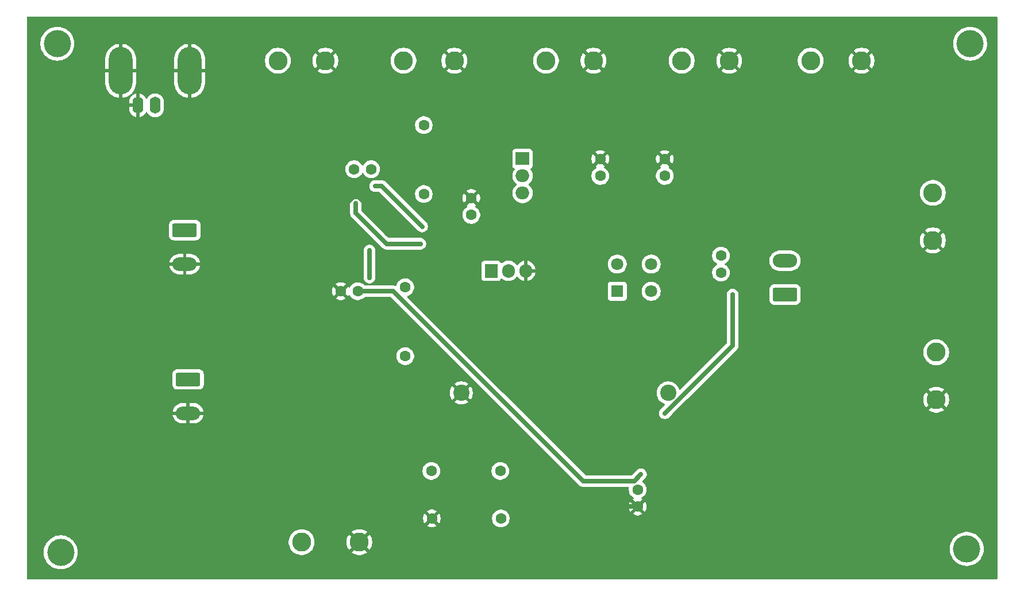
<source format=gbl>
%TF.GenerationSoftware,KiCad,Pcbnew,9.0.4*%
%TF.CreationDate,2025-10-20T13:27:51-05:00*%
%TF.ProjectId,Lab 7 Custom PCB Buck Converter,4c616220-3720-4437-9573-746f6d205043,rev?*%
%TF.SameCoordinates,Original*%
%TF.FileFunction,Copper,L2,Bot*%
%TF.FilePolarity,Positive*%
%FSLAX46Y46*%
G04 Gerber Fmt 4.6, Leading zero omitted, Abs format (unit mm)*
G04 Created by KiCad (PCBNEW 9.0.4) date 2025-10-20 13:27:51*
%MOMM*%
%LPD*%
G01*
G04 APERTURE LIST*
G04 Aperture macros list*
%AMRoundRect*
0 Rectangle with rounded corners*
0 $1 Rounding radius*
0 $2 $3 $4 $5 $6 $7 $8 $9 X,Y pos of 4 corners*
0 Add a 4 corners polygon primitive as box body*
4,1,4,$2,$3,$4,$5,$6,$7,$8,$9,$2,$3,0*
0 Add four circle primitives for the rounded corners*
1,1,$1+$1,$2,$3*
1,1,$1+$1,$4,$5*
1,1,$1+$1,$6,$7*
1,1,$1+$1,$8,$9*
0 Add four rect primitives between the rounded corners*
20,1,$1+$1,$2,$3,$4,$5,0*
20,1,$1+$1,$4,$5,$6,$7,0*
20,1,$1+$1,$6,$7,$8,$9,0*
20,1,$1+$1,$8,$9,$2,$3,0*%
G04 Aperture macros list end*
%TA.AperFunction,ComponentPad*%
%ADD10RoundRect,0.250000X-1.550000X0.750000X-1.550000X-0.750000X1.550000X-0.750000X1.550000X0.750000X0*%
%TD*%
%TA.AperFunction,ComponentPad*%
%ADD11O,3.600000X2.000000*%
%TD*%
%TA.AperFunction,ComponentPad*%
%ADD12C,1.600000*%
%TD*%
%TA.AperFunction,ComponentPad*%
%ADD13R,2.000000X1.905000*%
%TD*%
%TA.AperFunction,ComponentPad*%
%ADD14O,2.000000X1.905000*%
%TD*%
%TA.AperFunction,ComponentPad*%
%ADD15C,2.800000*%
%TD*%
%TA.AperFunction,ComponentPad*%
%ADD16RoundRect,0.250000X1.550000X-0.750000X1.550000X0.750000X-1.550000X0.750000X-1.550000X-0.750000X0*%
%TD*%
%TA.AperFunction,ComponentPad*%
%ADD17R,1.800000X1.800000*%
%TD*%
%TA.AperFunction,ComponentPad*%
%ADD18C,1.800000*%
%TD*%
%TA.AperFunction,ComponentPad*%
%ADD19O,1.600000X2.500000*%
%TD*%
%TA.AperFunction,ComponentPad*%
%ADD20O,3.500000X7.000000*%
%TD*%
%TA.AperFunction,ComponentPad*%
%ADD21C,2.400000*%
%TD*%
%TA.AperFunction,ComponentPad*%
%ADD22R,1.905000X2.000000*%
%TD*%
%TA.AperFunction,ComponentPad*%
%ADD23O,1.905000X2.000000*%
%TD*%
%TA.AperFunction,ViaPad*%
%ADD24C,0.600000*%
%TD*%
%TA.AperFunction,ViaPad*%
%ADD25C,4.000000*%
%TD*%
%TA.AperFunction,Conductor*%
%ADD26C,0.700000*%
%TD*%
G04 APERTURE END LIST*
D10*
%TO.P,10VD1,1,Pin_1*%
%TO.N,10V*%
X102777500Y-115000000D03*
D11*
%TO.P,10VD1,2,Pin_2*%
%TO.N,GND*%
X102777500Y-120000000D03*
%TD*%
D12*
%TO.P,C4,1*%
%TO.N,10V*%
X169000000Y-131250000D03*
%TO.P,C4,2*%
%TO.N,GND*%
X169000000Y-133750000D03*
%TD*%
%TO.P,C5,1*%
%TO.N,BOOT*%
X129750000Y-84000000D03*
%TO.P,C5,2*%
%TO.N,SW*%
X127250000Y-84000000D03*
%TD*%
D10*
%TO.P,Vin1,1,Pin_1*%
%TO.N,Vin+*%
X102277500Y-93000000D03*
D11*
%TO.P,Vin1,2,Pin_2*%
%TO.N,GND*%
X102277500Y-98000000D03*
%TD*%
D13*
%TO.P,Q1,1,G*%
%TO.N,Net-(Q1-G)*%
X152050000Y-82460000D03*
D14*
%TO.P,Q1,2,D*%
%TO.N,Vin+*%
X152050000Y-85000000D03*
%TO.P,Q1,3,S*%
%TO.N,SW*%
X152050000Y-87540000D03*
%TD*%
D15*
%TO.P,GND_T7,1,1*%
%TO.N,GND*%
X213000000Y-118000000D03*
%TD*%
%TO.P,Vin_T1,1,1*%
%TO.N,Vin+*%
X116000000Y-68000000D03*
%TD*%
%TO.P,GND_T6,1,1*%
%TO.N,GND*%
X212500000Y-94500000D03*
%TD*%
D12*
%TO.P,C2,1*%
%TO.N,Vout+*%
X181277500Y-99250000D03*
%TO.P,C2,2*%
%TO.N,Vout-*%
X181277500Y-96750000D03*
%TD*%
%TO.P,C7,1*%
%TO.N,Vin+*%
X173000000Y-85000000D03*
%TO.P,C7,2*%
%TO.N,GND*%
X173000000Y-82500000D03*
%TD*%
D15*
%TO.P,10V_T2,1,1*%
%TO.N,10V*%
X134500000Y-68000000D03*
%TD*%
%TO.P,GND_T5,1,1*%
%TO.N,GND*%
X202000000Y-68000000D03*
%TD*%
D12*
%TO.P,R4,1*%
%TO.N,HIGHDR*%
X137500000Y-87660000D03*
%TO.P,R4,2*%
%TO.N,Net-(Q1-G)*%
X137500000Y-77500000D03*
%TD*%
D15*
%TO.P,LOW_Vds_T5,1,1*%
%TO.N,SW*%
X194500000Y-68000000D03*
%TD*%
D16*
%TO.P,Vout1,1,Pin_1*%
%TO.N,Vout+*%
X190722500Y-102500000D03*
D11*
%TO.P,Vout1,2,Pin_2*%
%TO.N,Vout-*%
X190722500Y-97500000D03*
%TD*%
D15*
%TO.P,OPAMP_OUT_T8,1,1*%
%TO.N,OPAMP_OUT*%
X119500000Y-139000000D03*
%TD*%
%TO.P,GND_T8,1,1*%
%TO.N,GND*%
X128000000Y-139000000D03*
%TD*%
D12*
%TO.P,C1,1*%
%TO.N,Vin+*%
X144500000Y-90750000D03*
%TO.P,C1,2*%
%TO.N,GND*%
X144500000Y-88250000D03*
%TD*%
D15*
%TO.P,GND_T3,1,1*%
%TO.N,GND*%
X162500000Y-68000000D03*
%TD*%
%TO.P,V_1l_T7,1,1*%
%TO.N,Vout-*%
X213000000Y-111000000D03*
%TD*%
D17*
%TO.P,L1,1,1*%
%TO.N,unconnected-(L1-Pad1)*%
X166000000Y-102000000D03*
D18*
%TO.P,L1,2,2*%
%TO.N,SW*%
X171000000Y-102000000D03*
%TO.P,L1,3,3*%
%TO.N,Vout+*%
X166000000Y-98000000D03*
%TO.P,L1,4,4*%
%TO.N,unconnected-(L1-Pad4)*%
X171000000Y-98000000D03*
%TD*%
D15*
%TO.P,GND_T2,1,1*%
%TO.N,GND*%
X142000000Y-68000000D03*
%TD*%
D19*
%TO.P,PWM1,1,In*%
%TO.N,PWM*%
X97920000Y-74580000D03*
D20*
%TO.P,PWM1,2,Ext*%
%TO.N,GND*%
X92840000Y-69500000D03*
D19*
X95380000Y-74580000D03*
D20*
X103000000Y-69500000D03*
%TD*%
D21*
%TO.P,R1,1*%
%TO.N,GND*%
X143020000Y-117000000D03*
%TO.P,R1,2*%
%TO.N,Vout-*%
X173500000Y-117000000D03*
%TD*%
D15*
%TO.P,GND_T1,1,1*%
%TO.N,GND*%
X123000000Y-68000000D03*
%TD*%
D12*
%TO.P,R3,1*%
%TO.N,Net-(U1A--)*%
X138605000Y-128500000D03*
%TO.P,R3,2*%
%TO.N,OPAMP_OUT*%
X148765000Y-128500000D03*
%TD*%
D15*
%TO.P,GND_T4,1,1*%
%TO.N,GND*%
X182500000Y-68000000D03*
%TD*%
%TO.P,LOWDR_T4,1,1*%
%TO.N,LOWDR*%
X175500000Y-68000000D03*
%TD*%
D22*
%TO.P,Q2,1,G*%
%TO.N,Net-(Q2-G)*%
X147420000Y-99000000D03*
D23*
%TO.P,Q2,2,D*%
%TO.N,SW*%
X149960000Y-99000000D03*
%TO.P,Q2,3,S*%
%TO.N,GND*%
X152500000Y-99000000D03*
%TD*%
D12*
%TO.P,R5,1*%
%TO.N,LOWDR*%
X134765000Y-111580000D03*
%TO.P,R5,2*%
%TO.N,Net-(Q2-G)*%
X134765000Y-101420000D03*
%TD*%
%TO.P,C3,1*%
%TO.N,GND*%
X125265000Y-102000000D03*
%TO.P,C3,2*%
%TO.N,10V*%
X127765000Y-102000000D03*
%TD*%
D15*
%TO.P,Vout_T6,1,1*%
%TO.N,Vout+*%
X212500000Y-87500000D03*
%TD*%
%TO.P,PWM_T3,1,1*%
%TO.N,PWM*%
X155500000Y-68000000D03*
%TD*%
D12*
%TO.P,R2,1*%
%TO.N,GND*%
X138685000Y-135500000D03*
%TO.P,R2,2*%
%TO.N,Net-(U1A--)*%
X148845000Y-135500000D03*
%TD*%
%TO.P,C6,1*%
%TO.N,Vin+*%
X163500000Y-85000000D03*
%TO.P,C6,2*%
%TO.N,GND*%
X163500000Y-82500000D03*
%TD*%
D24*
%TO.N,10V*%
X161000000Y-130000000D03*
%TO.N,GND*%
X132000000Y-93500000D03*
%TO.N,10V*%
X129500000Y-96000000D03*
%TO.N,SW*%
X137000000Y-95000000D03*
X132000000Y-95000000D03*
%TO.N,Vout-*%
X183000000Y-102500000D03*
D25*
%TO.N,*%
X84000000Y-140500000D03*
X218000000Y-65500000D03*
X217500000Y-140000000D03*
X83500000Y-65500000D03*
D24*
%TO.N,10V*%
X129500000Y-100000000D03*
X169500000Y-129000000D03*
%TO.N,GND*%
X122500000Y-101550000D03*
X153000000Y-135500000D03*
%TO.N,Vout-*%
X173000000Y-120000000D03*
%TO.N,SW*%
X127500000Y-89000000D03*
%TO.N,BOOT*%
X130313000Y-86500000D03*
X137265000Y-92460000D03*
%TD*%
D26*
%TO.N,Vout-*%
X173000000Y-120000000D02*
X183000000Y-110000000D01*
%TO.N,10V*%
X161000000Y-130000000D02*
X133000000Y-102000000D01*
X169500000Y-129000000D02*
X168500000Y-130000000D01*
X168500000Y-130000000D02*
X161000000Y-130000000D01*
X129500000Y-100000000D02*
X129500000Y-96000000D01*
X133000000Y-102000000D02*
X127765000Y-102000000D01*
%TO.N,GND*%
X153000000Y-135500000D02*
X154750000Y-133750000D01*
X127873206Y-88099000D02*
X132000000Y-92225794D01*
X154750000Y-133750000D02*
X169000000Y-133750000D01*
X132000000Y-92225794D02*
X132000000Y-93500000D01*
X127126794Y-88099000D02*
X127873206Y-88099000D01*
X122500000Y-101550000D02*
X122500000Y-92725794D01*
X122500000Y-92725794D02*
X127126794Y-88099000D01*
%TO.N,SW*%
X127500000Y-90500000D02*
X132000000Y-95000000D01*
X127500000Y-89000000D02*
X127500000Y-90500000D01*
X132000000Y-95000000D02*
X137000000Y-95000000D01*
%TO.N,BOOT*%
X130313000Y-86500000D02*
X131305000Y-86500000D01*
X131305000Y-86500000D02*
X137265000Y-92460000D01*
%TO.N,Vout-*%
X183000000Y-110000000D02*
X183000000Y-102500000D01*
%TD*%
%TA.AperFunction,Conductor*%
%TO.N,GND*%
G36*
X221942539Y-61520185D02*
G01*
X221988294Y-61572989D01*
X221999500Y-61624500D01*
X221999500Y-144375500D01*
X221979815Y-144442539D01*
X221927011Y-144488294D01*
X221875500Y-144499500D01*
X79124500Y-144499500D01*
X79057461Y-144479815D01*
X79011706Y-144427011D01*
X79000500Y-144375500D01*
X79000500Y-140359568D01*
X81499500Y-140359568D01*
X81499500Y-140640431D01*
X81530942Y-140919494D01*
X81530945Y-140919512D01*
X81593439Y-141193317D01*
X81593443Y-141193329D01*
X81686200Y-141458411D01*
X81808053Y-141711442D01*
X81808055Y-141711445D01*
X81957477Y-141949248D01*
X82132584Y-142168825D01*
X82331175Y-142367416D01*
X82550752Y-142542523D01*
X82788555Y-142691945D01*
X83041592Y-142813801D01*
X83240680Y-142883465D01*
X83306670Y-142906556D01*
X83306682Y-142906560D01*
X83580491Y-142969055D01*
X83580497Y-142969055D01*
X83580505Y-142969057D01*
X83766547Y-142990018D01*
X83859569Y-143000499D01*
X83859572Y-143000500D01*
X83859575Y-143000500D01*
X84140428Y-143000500D01*
X84140429Y-143000499D01*
X84283055Y-142984429D01*
X84419494Y-142969057D01*
X84419499Y-142969056D01*
X84419509Y-142969055D01*
X84693318Y-142906560D01*
X84958408Y-142813801D01*
X85211445Y-142691945D01*
X85449248Y-142542523D01*
X85668825Y-142367416D01*
X85867416Y-142168825D01*
X86042523Y-141949248D01*
X86191945Y-141711445D01*
X86313801Y-141458408D01*
X86406560Y-141193318D01*
X86469055Y-140919509D01*
X86500500Y-140640425D01*
X86500500Y-140359575D01*
X86469055Y-140080491D01*
X86406560Y-139806682D01*
X86393464Y-139769257D01*
X86327412Y-139580491D01*
X86313801Y-139541592D01*
X86223246Y-139353553D01*
X86191946Y-139288557D01*
X86088909Y-139124575D01*
X86042523Y-139050752D01*
X85902717Y-138875441D01*
X117599500Y-138875441D01*
X117599500Y-139124558D01*
X117599501Y-139124575D01*
X117632017Y-139371561D01*
X117696498Y-139612207D01*
X117791830Y-139842361D01*
X117791837Y-139842376D01*
X117916400Y-140058126D01*
X118068060Y-140255774D01*
X118068066Y-140255781D01*
X118244218Y-140431933D01*
X118244225Y-140431939D01*
X118441873Y-140583599D01*
X118657623Y-140708162D01*
X118657638Y-140708169D01*
X118756825Y-140749253D01*
X118887793Y-140803502D01*
X119128435Y-140867982D01*
X119375435Y-140900500D01*
X119375442Y-140900500D01*
X119624558Y-140900500D01*
X119624565Y-140900500D01*
X119871565Y-140867982D01*
X120112207Y-140803502D01*
X120342373Y-140708164D01*
X120558127Y-140583599D01*
X120755776Y-140431938D01*
X120768220Y-140419494D01*
X120814750Y-140372965D01*
X120931933Y-140255781D01*
X120931938Y-140255776D01*
X121083599Y-140058127D01*
X121208164Y-139842373D01*
X121303502Y-139612207D01*
X121367982Y-139371565D01*
X121400500Y-139124565D01*
X121400500Y-138875466D01*
X126100000Y-138875466D01*
X126100000Y-139124533D01*
X126132508Y-139371463D01*
X126196973Y-139612049D01*
X126292283Y-139842148D01*
X126292288Y-139842159D01*
X126416813Y-140057841D01*
X126416819Y-140057849D01*
X126491400Y-140155045D01*
X127284152Y-139362292D01*
X127291049Y-139378942D01*
X127378599Y-139509970D01*
X127490030Y-139621401D01*
X127621058Y-139708951D01*
X127637705Y-139715846D01*
X126844953Y-140508598D01*
X126942150Y-140583180D01*
X126942158Y-140583186D01*
X127157840Y-140707711D01*
X127157851Y-140707716D01*
X127387950Y-140803026D01*
X127628536Y-140867491D01*
X127875466Y-140900000D01*
X128124534Y-140900000D01*
X128371463Y-140867491D01*
X128612049Y-140803026D01*
X128842148Y-140707716D01*
X128842159Y-140707711D01*
X129057855Y-140583178D01*
X129155045Y-140508600D01*
X129155045Y-140508597D01*
X128362294Y-139715846D01*
X128378942Y-139708951D01*
X128509970Y-139621401D01*
X128621401Y-139509970D01*
X128708951Y-139378942D01*
X128715846Y-139362294D01*
X129508597Y-140155045D01*
X129508600Y-140155045D01*
X129583178Y-140057855D01*
X129697660Y-139859568D01*
X214999500Y-139859568D01*
X214999500Y-140140431D01*
X215030942Y-140419494D01*
X215030945Y-140419512D01*
X215093439Y-140693317D01*
X215093443Y-140693329D01*
X215186200Y-140958411D01*
X215308053Y-141211442D01*
X215308055Y-141211445D01*
X215457477Y-141449248D01*
X215632584Y-141668825D01*
X215831175Y-141867416D01*
X216050752Y-142042523D01*
X216288555Y-142191945D01*
X216541592Y-142313801D01*
X216694815Y-142367416D01*
X216806670Y-142406556D01*
X216806682Y-142406560D01*
X217080491Y-142469055D01*
X217080497Y-142469055D01*
X217080505Y-142469057D01*
X217266547Y-142490018D01*
X217359569Y-142500499D01*
X217359572Y-142500500D01*
X217359575Y-142500500D01*
X217640428Y-142500500D01*
X217640429Y-142500499D01*
X217783055Y-142484429D01*
X217919494Y-142469057D01*
X217919499Y-142469056D01*
X217919509Y-142469055D01*
X218193318Y-142406560D01*
X218458408Y-142313801D01*
X218711445Y-142191945D01*
X218949248Y-142042523D01*
X219168825Y-141867416D01*
X219367416Y-141668825D01*
X219542523Y-141449248D01*
X219691945Y-141211445D01*
X219813801Y-140958408D01*
X219906560Y-140693318D01*
X219969055Y-140419509D01*
X220000500Y-140140425D01*
X220000500Y-139859575D01*
X219983529Y-139708951D01*
X219969057Y-139580505D01*
X219969054Y-139580487D01*
X219960176Y-139541592D01*
X219906560Y-139306682D01*
X219813801Y-139041592D01*
X219691945Y-138788555D01*
X219542523Y-138550752D01*
X219367416Y-138331175D01*
X219168825Y-138132584D01*
X218949248Y-137957477D01*
X218711445Y-137808055D01*
X218711442Y-137808053D01*
X218458411Y-137686200D01*
X218193329Y-137593443D01*
X218193317Y-137593439D01*
X217919512Y-137530945D01*
X217919494Y-137530942D01*
X217640431Y-137499500D01*
X217640425Y-137499500D01*
X217359575Y-137499500D01*
X217359568Y-137499500D01*
X217080505Y-137530942D01*
X217080487Y-137530945D01*
X216806682Y-137593439D01*
X216806670Y-137593443D01*
X216541588Y-137686200D01*
X216288557Y-137808053D01*
X216050753Y-137957476D01*
X215831175Y-138132583D01*
X215632583Y-138331175D01*
X215457476Y-138550753D01*
X215308053Y-138788557D01*
X215186200Y-139041588D01*
X215093443Y-139306670D01*
X215093439Y-139306682D01*
X215030945Y-139580487D01*
X215030942Y-139580505D01*
X214999500Y-139859568D01*
X129697660Y-139859568D01*
X129707711Y-139842159D01*
X129707719Y-139842143D01*
X129721595Y-139808644D01*
X129721595Y-139808643D01*
X129803026Y-139612049D01*
X129867491Y-139371463D01*
X129900000Y-139124533D01*
X129900000Y-138875466D01*
X129867491Y-138628536D01*
X129803026Y-138387950D01*
X129707716Y-138157851D01*
X129707711Y-138157840D01*
X129583186Y-137942158D01*
X129583180Y-137942150D01*
X129508598Y-137844953D01*
X128715846Y-138637705D01*
X128708951Y-138621058D01*
X128621401Y-138490030D01*
X128509970Y-138378599D01*
X128378942Y-138291049D01*
X128362292Y-138284152D01*
X129155045Y-137491400D01*
X129057849Y-137416819D01*
X129057841Y-137416813D01*
X128842159Y-137292288D01*
X128842148Y-137292283D01*
X128612049Y-137196973D01*
X128371463Y-137132508D01*
X128124534Y-137100000D01*
X127875466Y-137100000D01*
X127628536Y-137132508D01*
X127387950Y-137196973D01*
X127157851Y-137292283D01*
X127157847Y-137292285D01*
X126942143Y-137416823D01*
X126844953Y-137491399D01*
X126844953Y-137491400D01*
X127637706Y-138284153D01*
X127621058Y-138291049D01*
X127490030Y-138378599D01*
X127378599Y-138490030D01*
X127291049Y-138621058D01*
X127284153Y-138637706D01*
X126491400Y-137844953D01*
X126491399Y-137844953D01*
X126416823Y-137942143D01*
X126292285Y-138157847D01*
X126292283Y-138157851D01*
X126196973Y-138387950D01*
X126132508Y-138628536D01*
X126100000Y-138875466D01*
X121400500Y-138875466D01*
X121400500Y-138875435D01*
X121367982Y-138628435D01*
X121303502Y-138387793D01*
X121238450Y-138230743D01*
X121208169Y-138157638D01*
X121208162Y-138157623D01*
X121083599Y-137941873D01*
X120931939Y-137744225D01*
X120931933Y-137744218D01*
X120755781Y-137568066D01*
X120755774Y-137568060D01*
X120558126Y-137416400D01*
X120342376Y-137291837D01*
X120342361Y-137291830D01*
X120112207Y-137196498D01*
X119871565Y-137132018D01*
X119871564Y-137132017D01*
X119871561Y-137132017D01*
X119624575Y-137099501D01*
X119624570Y-137099500D01*
X119624565Y-137099500D01*
X119375435Y-137099500D01*
X119375429Y-137099500D01*
X119375424Y-137099501D01*
X119128438Y-137132017D01*
X118887792Y-137196498D01*
X118657638Y-137291830D01*
X118657623Y-137291837D01*
X118441873Y-137416400D01*
X118244225Y-137568060D01*
X118244218Y-137568066D01*
X118068066Y-137744218D01*
X118068060Y-137744225D01*
X117916400Y-137941873D01*
X117791837Y-138157623D01*
X117791830Y-138157638D01*
X117696498Y-138387792D01*
X117632017Y-138628438D01*
X117599501Y-138875424D01*
X117599500Y-138875441D01*
X85902717Y-138875441D01*
X85867416Y-138831175D01*
X85668825Y-138632584D01*
X85663622Y-138628435D01*
X85490068Y-138490030D01*
X85449248Y-138457477D01*
X85211445Y-138308055D01*
X85211442Y-138308053D01*
X84958411Y-138186200D01*
X84693329Y-138093443D01*
X84693317Y-138093439D01*
X84419512Y-138030945D01*
X84419494Y-138030942D01*
X84140431Y-137999500D01*
X84140425Y-137999500D01*
X83859575Y-137999500D01*
X83859568Y-137999500D01*
X83580505Y-138030942D01*
X83580487Y-138030945D01*
X83306682Y-138093439D01*
X83306670Y-138093443D01*
X83041588Y-138186200D01*
X82788557Y-138308053D01*
X82550753Y-138457476D01*
X82331175Y-138632583D01*
X82132583Y-138831175D01*
X81957476Y-139050753D01*
X81808053Y-139288557D01*
X81686200Y-139541588D01*
X81593443Y-139806670D01*
X81593439Y-139806682D01*
X81530945Y-140080487D01*
X81530942Y-140080505D01*
X81499500Y-140359568D01*
X79000500Y-140359568D01*
X79000500Y-135397682D01*
X137385000Y-135397682D01*
X137385000Y-135602317D01*
X137417009Y-135804417D01*
X137480244Y-135999031D01*
X137573141Y-136181350D01*
X137573147Y-136181359D01*
X137605523Y-136225921D01*
X137605524Y-136225922D01*
X138285000Y-135546446D01*
X138285000Y-135552661D01*
X138312259Y-135654394D01*
X138364920Y-135745606D01*
X138439394Y-135820080D01*
X138530606Y-135872741D01*
X138632339Y-135900000D01*
X138638553Y-135900000D01*
X137959076Y-136579474D01*
X138003650Y-136611859D01*
X138185968Y-136704755D01*
X138380582Y-136767990D01*
X138582683Y-136800000D01*
X138787317Y-136800000D01*
X138989417Y-136767990D01*
X139184031Y-136704755D01*
X139366349Y-136611859D01*
X139410921Y-136579474D01*
X138731447Y-135900000D01*
X138737661Y-135900000D01*
X138839394Y-135872741D01*
X138930606Y-135820080D01*
X139005080Y-135745606D01*
X139057741Y-135654394D01*
X139085000Y-135552661D01*
X139085000Y-135546448D01*
X139764474Y-136225922D01*
X139764474Y-136225921D01*
X139796859Y-136181349D01*
X139889755Y-135999031D01*
X139952990Y-135804417D01*
X139985000Y-135602317D01*
X139985000Y-135397682D01*
X139984995Y-135397648D01*
X147544500Y-135397648D01*
X147544500Y-135602351D01*
X147576522Y-135804534D01*
X147639781Y-135999223D01*
X147703691Y-136124653D01*
X147732585Y-136181359D01*
X147732715Y-136181613D01*
X147853028Y-136347213D01*
X147997786Y-136491971D01*
X148118226Y-136579474D01*
X148163390Y-136612287D01*
X148279607Y-136671503D01*
X148345776Y-136705218D01*
X148345778Y-136705218D01*
X148345781Y-136705220D01*
X148450137Y-136739127D01*
X148540465Y-136768477D01*
X148641557Y-136784488D01*
X148742648Y-136800500D01*
X148742649Y-136800500D01*
X148947351Y-136800500D01*
X148947352Y-136800500D01*
X149149534Y-136768477D01*
X149344219Y-136705220D01*
X149526610Y-136612287D01*
X149619590Y-136544732D01*
X149692213Y-136491971D01*
X149692215Y-136491968D01*
X149692219Y-136491966D01*
X149836966Y-136347219D01*
X149836968Y-136347215D01*
X149836971Y-136347213D01*
X149889732Y-136274590D01*
X149957287Y-136181610D01*
X150050220Y-135999219D01*
X150113477Y-135804534D01*
X150145500Y-135602352D01*
X150145500Y-135397648D01*
X150137257Y-135345606D01*
X150113477Y-135195465D01*
X150066212Y-135050000D01*
X150050220Y-135000781D01*
X150050218Y-135000778D01*
X150050218Y-135000776D01*
X149967539Y-134838510D01*
X149957285Y-134818386D01*
X149836971Y-134652786D01*
X149692213Y-134508028D01*
X149526613Y-134387715D01*
X149526612Y-134387714D01*
X149526610Y-134387713D01*
X149469653Y-134358691D01*
X149344223Y-134294781D01*
X149149534Y-134231522D01*
X148974995Y-134203878D01*
X148947352Y-134199500D01*
X148742648Y-134199500D01*
X148718329Y-134203351D01*
X148540465Y-134231522D01*
X148345776Y-134294781D01*
X148163386Y-134387715D01*
X147997786Y-134508028D01*
X147853028Y-134652786D01*
X147732715Y-134818386D01*
X147639781Y-135000776D01*
X147576522Y-135195465D01*
X147544500Y-135397648D01*
X139984995Y-135397648D01*
X139952990Y-135195582D01*
X139889755Y-135000968D01*
X139796859Y-134818650D01*
X139764474Y-134774077D01*
X139764474Y-134774076D01*
X139085000Y-135453551D01*
X139085000Y-135447339D01*
X139057741Y-135345606D01*
X139005080Y-135254394D01*
X138930606Y-135179920D01*
X138839394Y-135127259D01*
X138737661Y-135100000D01*
X138731446Y-135100000D01*
X139410922Y-134420524D01*
X139410921Y-134420523D01*
X139366359Y-134388147D01*
X139366350Y-134388141D01*
X139184031Y-134295244D01*
X138989417Y-134232009D01*
X138787317Y-134200000D01*
X138582683Y-134200000D01*
X138380582Y-134232009D01*
X138185968Y-134295244D01*
X138003644Y-134388143D01*
X137959077Y-134420523D01*
X137959077Y-134420524D01*
X138638554Y-135100000D01*
X138632339Y-135100000D01*
X138530606Y-135127259D01*
X138439394Y-135179920D01*
X138364920Y-135254394D01*
X138312259Y-135345606D01*
X138285000Y-135447339D01*
X138285000Y-135453553D01*
X137605524Y-134774077D01*
X137605523Y-134774077D01*
X137573143Y-134818644D01*
X137480244Y-135000968D01*
X137417009Y-135195582D01*
X137385000Y-135397682D01*
X79000500Y-135397682D01*
X79000500Y-128397648D01*
X137304500Y-128397648D01*
X137304500Y-128602351D01*
X137336522Y-128804534D01*
X137399781Y-128999223D01*
X137492715Y-129181613D01*
X137613028Y-129347213D01*
X137757786Y-129491971D01*
X137912749Y-129604556D01*
X137923390Y-129612287D01*
X138039607Y-129671503D01*
X138105776Y-129705218D01*
X138105778Y-129705218D01*
X138105781Y-129705220D01*
X138210137Y-129739127D01*
X138300465Y-129768477D01*
X138401557Y-129784488D01*
X138502648Y-129800500D01*
X138502649Y-129800500D01*
X138707351Y-129800500D01*
X138707352Y-129800500D01*
X138909534Y-129768477D01*
X139104219Y-129705220D01*
X139286610Y-129612287D01*
X139383136Y-129542157D01*
X139452213Y-129491971D01*
X139452215Y-129491968D01*
X139452219Y-129491966D01*
X139596966Y-129347219D01*
X139596968Y-129347215D01*
X139596971Y-129347213D01*
X139649732Y-129274590D01*
X139717287Y-129181610D01*
X139810220Y-128999219D01*
X139873477Y-128804534D01*
X139905500Y-128602352D01*
X139905500Y-128397648D01*
X147464500Y-128397648D01*
X147464500Y-128602351D01*
X147496522Y-128804534D01*
X147559781Y-128999223D01*
X147652715Y-129181613D01*
X147773028Y-129347213D01*
X147917786Y-129491971D01*
X148072749Y-129604556D01*
X148083390Y-129612287D01*
X148199607Y-129671503D01*
X148265776Y-129705218D01*
X148265778Y-129705218D01*
X148265781Y-129705220D01*
X148370137Y-129739127D01*
X148460465Y-129768477D01*
X148561557Y-129784488D01*
X148662648Y-129800500D01*
X148662649Y-129800500D01*
X148867351Y-129800500D01*
X148867352Y-129800500D01*
X149069534Y-129768477D01*
X149264219Y-129705220D01*
X149446610Y-129612287D01*
X149543136Y-129542157D01*
X149612213Y-129491971D01*
X149612215Y-129491968D01*
X149612219Y-129491966D01*
X149756966Y-129347219D01*
X149756968Y-129347215D01*
X149756971Y-129347213D01*
X149809732Y-129274590D01*
X149877287Y-129181610D01*
X149970220Y-128999219D01*
X150033477Y-128804534D01*
X150065500Y-128602352D01*
X150065500Y-128397648D01*
X150041528Y-128246296D01*
X150033477Y-128195465D01*
X149970218Y-128000776D01*
X149936503Y-127934607D01*
X149877287Y-127818390D01*
X149869556Y-127807749D01*
X149756971Y-127652786D01*
X149612213Y-127508028D01*
X149446613Y-127387715D01*
X149446612Y-127387714D01*
X149446610Y-127387713D01*
X149389653Y-127358691D01*
X149264223Y-127294781D01*
X149069534Y-127231522D01*
X148894995Y-127203878D01*
X148867352Y-127199500D01*
X148662648Y-127199500D01*
X148638329Y-127203351D01*
X148460465Y-127231522D01*
X148265776Y-127294781D01*
X148083386Y-127387715D01*
X147917786Y-127508028D01*
X147773028Y-127652786D01*
X147652715Y-127818386D01*
X147559781Y-128000776D01*
X147496522Y-128195465D01*
X147464500Y-128397648D01*
X139905500Y-128397648D01*
X139881528Y-128246296D01*
X139873477Y-128195465D01*
X139810218Y-128000776D01*
X139776503Y-127934607D01*
X139717287Y-127818390D01*
X139709556Y-127807749D01*
X139596971Y-127652786D01*
X139452213Y-127508028D01*
X139286613Y-127387715D01*
X139286612Y-127387714D01*
X139286610Y-127387713D01*
X139229653Y-127358691D01*
X139104223Y-127294781D01*
X138909534Y-127231522D01*
X138734995Y-127203878D01*
X138707352Y-127199500D01*
X138502648Y-127199500D01*
X138478329Y-127203351D01*
X138300465Y-127231522D01*
X138105776Y-127294781D01*
X137923386Y-127387715D01*
X137757786Y-127508028D01*
X137613028Y-127652786D01*
X137492715Y-127818386D01*
X137399781Y-128000776D01*
X137336522Y-128195465D01*
X137304500Y-128397648D01*
X79000500Y-128397648D01*
X79000500Y-119750000D01*
X100498398Y-119750000D01*
X102123379Y-119750000D01*
X102104401Y-119795818D01*
X102077500Y-119931056D01*
X102077500Y-120068944D01*
X102104401Y-120204182D01*
X102123379Y-120250000D01*
X100498398Y-120250000D01*
X100514434Y-120351247D01*
X100587397Y-120575802D01*
X100694585Y-120786171D01*
X100833366Y-120977186D01*
X101000313Y-121144133D01*
X101191328Y-121282914D01*
X101401697Y-121390102D01*
X101626252Y-121463065D01*
X101626251Y-121463065D01*
X101859448Y-121500000D01*
X102527500Y-121500000D01*
X102527500Y-120654120D01*
X102573318Y-120673099D01*
X102708556Y-120700000D01*
X102846444Y-120700000D01*
X102981682Y-120673099D01*
X103027500Y-120654120D01*
X103027500Y-121500000D01*
X103695552Y-121500000D01*
X103928747Y-121463065D01*
X104153302Y-121390102D01*
X104363671Y-121282914D01*
X104554686Y-121144133D01*
X104721633Y-120977186D01*
X104860414Y-120786171D01*
X104967602Y-120575802D01*
X105040565Y-120351247D01*
X105056602Y-120250000D01*
X103431621Y-120250000D01*
X103450599Y-120204182D01*
X103477500Y-120068944D01*
X103477500Y-119931056D01*
X103450599Y-119795818D01*
X103431621Y-119750000D01*
X105056602Y-119750000D01*
X105040565Y-119648752D01*
X104967602Y-119424197D01*
X104860414Y-119213828D01*
X104721633Y-119022813D01*
X104554686Y-118855866D01*
X104363671Y-118717085D01*
X104153302Y-118609897D01*
X103928747Y-118536934D01*
X103928748Y-118536934D01*
X103695552Y-118500000D01*
X103027500Y-118500000D01*
X103027500Y-119345879D01*
X102981682Y-119326901D01*
X102846444Y-119300000D01*
X102708556Y-119300000D01*
X102573318Y-119326901D01*
X102527500Y-119345879D01*
X102527500Y-118500000D01*
X101859448Y-118500000D01*
X101626252Y-118536934D01*
X101401697Y-118609897D01*
X101191328Y-118717085D01*
X101000313Y-118855866D01*
X100833366Y-119022813D01*
X100694585Y-119213828D01*
X100587397Y-119424197D01*
X100514434Y-119648752D01*
X100498398Y-119750000D01*
X79000500Y-119750000D01*
X79000500Y-116888575D01*
X141320000Y-116888575D01*
X141320000Y-117111424D01*
X141349085Y-117332354D01*
X141349088Y-117332367D01*
X141406763Y-117547618D01*
X141492045Y-117753502D01*
X141492054Y-117753520D01*
X141603464Y-117946491D01*
X141603473Y-117946504D01*
X141654040Y-118012403D01*
X141654043Y-118012403D01*
X142455387Y-117211059D01*
X142460889Y-117231591D01*
X142539881Y-117368408D01*
X142651592Y-117480119D01*
X142788409Y-117559111D01*
X142808940Y-117564612D01*
X142007595Y-118365955D01*
X142007595Y-118365956D01*
X142073507Y-118416533D01*
X142266485Y-118527949D01*
X142266497Y-118527954D01*
X142472381Y-118613236D01*
X142687632Y-118670911D01*
X142687645Y-118670914D01*
X142908575Y-118700000D01*
X143131425Y-118700000D01*
X143352354Y-118670914D01*
X143352367Y-118670911D01*
X143567618Y-118613236D01*
X143773502Y-118527954D01*
X143773514Y-118527949D01*
X143966498Y-118416530D01*
X144032403Y-118365957D01*
X144032404Y-118365956D01*
X143231059Y-117564612D01*
X143251591Y-117559111D01*
X143388408Y-117480119D01*
X143500119Y-117368408D01*
X143579111Y-117231591D01*
X143584612Y-117211060D01*
X144385956Y-118012404D01*
X144385957Y-118012403D01*
X144436530Y-117946498D01*
X144547949Y-117753514D01*
X144547954Y-117753502D01*
X144633236Y-117547618D01*
X144690911Y-117332367D01*
X144690914Y-117332354D01*
X144720000Y-117111424D01*
X144720000Y-116888575D01*
X144690914Y-116667645D01*
X144690911Y-116667632D01*
X144633236Y-116452381D01*
X144547954Y-116246497D01*
X144547949Y-116246485D01*
X144436533Y-116053507D01*
X144385956Y-115987595D01*
X144385955Y-115987595D01*
X143584612Y-116788939D01*
X143579111Y-116768409D01*
X143500119Y-116631592D01*
X143388408Y-116519881D01*
X143251591Y-116440889D01*
X143231058Y-116435387D01*
X144032403Y-115634043D01*
X144032403Y-115634040D01*
X143966504Y-115583473D01*
X143966491Y-115583464D01*
X143773520Y-115472054D01*
X143773502Y-115472045D01*
X143567618Y-115386763D01*
X143352367Y-115329088D01*
X143352354Y-115329085D01*
X143131425Y-115300000D01*
X142908575Y-115300000D01*
X142687645Y-115329085D01*
X142687632Y-115329088D01*
X142472381Y-115386763D01*
X142266497Y-115472045D01*
X142266479Y-115472054D01*
X142073511Y-115583462D01*
X142007595Y-115634042D01*
X142808941Y-116435387D01*
X142788409Y-116440889D01*
X142651592Y-116519881D01*
X142539881Y-116631592D01*
X142460889Y-116768409D01*
X142455387Y-116788940D01*
X141654042Y-115987595D01*
X141603462Y-116053511D01*
X141492054Y-116246479D01*
X141492045Y-116246497D01*
X141406763Y-116452381D01*
X141349088Y-116667632D01*
X141349085Y-116667645D01*
X141320000Y-116888575D01*
X79000500Y-116888575D01*
X79000500Y-114199983D01*
X100477000Y-114199983D01*
X100477000Y-115800001D01*
X100477001Y-115800018D01*
X100487500Y-115902796D01*
X100487501Y-115902799D01*
X100515600Y-115987595D01*
X100542686Y-116069334D01*
X100634788Y-116218656D01*
X100758844Y-116342712D01*
X100908166Y-116434814D01*
X101074703Y-116489999D01*
X101177491Y-116500500D01*
X104377508Y-116500499D01*
X104480297Y-116489999D01*
X104646834Y-116434814D01*
X104796156Y-116342712D01*
X104920212Y-116218656D01*
X105012314Y-116069334D01*
X105067499Y-115902797D01*
X105078000Y-115800009D01*
X105077999Y-114199992D01*
X105067499Y-114097203D01*
X105012314Y-113930666D01*
X104920212Y-113781344D01*
X104796156Y-113657288D01*
X104646834Y-113565186D01*
X104480297Y-113510001D01*
X104480295Y-113510000D01*
X104377510Y-113499500D01*
X101177498Y-113499500D01*
X101177481Y-113499501D01*
X101074703Y-113510000D01*
X101074700Y-113510001D01*
X100908168Y-113565185D01*
X100908163Y-113565187D01*
X100758842Y-113657289D01*
X100634789Y-113781342D01*
X100542687Y-113930663D01*
X100542686Y-113930666D01*
X100487501Y-114097203D01*
X100487501Y-114097204D01*
X100487500Y-114097204D01*
X100477000Y-114199983D01*
X79000500Y-114199983D01*
X79000500Y-111477648D01*
X133464500Y-111477648D01*
X133464500Y-111682351D01*
X133496522Y-111884534D01*
X133559781Y-112079223D01*
X133623691Y-112204653D01*
X133649740Y-112255776D01*
X133652715Y-112261613D01*
X133773028Y-112427213D01*
X133917786Y-112571971D01*
X134072749Y-112684556D01*
X134083390Y-112692287D01*
X134199607Y-112751503D01*
X134265776Y-112785218D01*
X134265778Y-112785218D01*
X134265781Y-112785220D01*
X134370137Y-112819127D01*
X134460465Y-112848477D01*
X134561557Y-112864488D01*
X134662648Y-112880500D01*
X134662649Y-112880500D01*
X134867351Y-112880500D01*
X134867352Y-112880500D01*
X135069534Y-112848477D01*
X135264219Y-112785220D01*
X135446610Y-112692287D01*
X135539590Y-112624732D01*
X135612213Y-112571971D01*
X135612215Y-112571968D01*
X135612219Y-112571966D01*
X135756966Y-112427219D01*
X135756968Y-112427215D01*
X135756971Y-112427213D01*
X135809732Y-112354590D01*
X135877287Y-112261610D01*
X135970220Y-112079219D01*
X136033477Y-111884534D01*
X136065500Y-111682352D01*
X136065500Y-111477648D01*
X136033477Y-111275466D01*
X135970220Y-111080781D01*
X135970218Y-111080778D01*
X135970218Y-111080776D01*
X135936503Y-111014607D01*
X135877287Y-110898390D01*
X135860601Y-110875424D01*
X135756971Y-110732786D01*
X135612213Y-110588028D01*
X135446613Y-110467715D01*
X135446612Y-110467714D01*
X135446610Y-110467713D01*
X135389653Y-110438691D01*
X135264223Y-110374781D01*
X135069534Y-110311522D01*
X134894995Y-110283878D01*
X134867352Y-110279500D01*
X134662648Y-110279500D01*
X134638329Y-110283351D01*
X134460465Y-110311522D01*
X134265776Y-110374781D01*
X134083386Y-110467715D01*
X133917786Y-110588028D01*
X133773028Y-110732786D01*
X133652715Y-110898386D01*
X133559781Y-111080776D01*
X133496522Y-111275465D01*
X133464500Y-111477648D01*
X79000500Y-111477648D01*
X79000500Y-101897682D01*
X123965000Y-101897682D01*
X123965000Y-102102317D01*
X123997009Y-102304417D01*
X124060244Y-102499031D01*
X124153141Y-102681350D01*
X124153147Y-102681359D01*
X124185523Y-102725921D01*
X124185524Y-102725922D01*
X124865000Y-102046446D01*
X124865000Y-102052661D01*
X124892259Y-102154394D01*
X124944920Y-102245606D01*
X125019394Y-102320080D01*
X125110606Y-102372741D01*
X125212339Y-102400000D01*
X125218553Y-102400000D01*
X124539076Y-103079474D01*
X124583650Y-103111859D01*
X124765968Y-103204755D01*
X124960582Y-103267990D01*
X125162683Y-103300000D01*
X125367317Y-103300000D01*
X125569417Y-103267990D01*
X125764031Y-103204755D01*
X125946349Y-103111859D01*
X125990921Y-103079474D01*
X125311447Y-102400000D01*
X125317661Y-102400000D01*
X125419394Y-102372741D01*
X125510606Y-102320080D01*
X125585080Y-102245606D01*
X125637741Y-102154394D01*
X125665000Y-102052661D01*
X125665000Y-102046447D01*
X126344474Y-102725921D01*
X126376859Y-102681349D01*
X126404233Y-102627624D01*
X126452207Y-102576827D01*
X126520028Y-102560031D01*
X126586163Y-102582567D01*
X126625203Y-102627621D01*
X126652713Y-102681611D01*
X126773028Y-102847213D01*
X126917786Y-102991971D01*
X127038226Y-103079474D01*
X127083390Y-103112287D01*
X127199607Y-103171503D01*
X127265776Y-103205218D01*
X127265778Y-103205218D01*
X127265781Y-103205220D01*
X127370137Y-103239127D01*
X127460465Y-103268477D01*
X127561557Y-103284488D01*
X127662648Y-103300500D01*
X127662649Y-103300500D01*
X127867351Y-103300500D01*
X127867352Y-103300500D01*
X128069534Y-103268477D01*
X128264219Y-103205220D01*
X128446610Y-103112287D01*
X128590862Y-103007483D01*
X128612213Y-102991971D01*
X128612215Y-102991968D01*
X128612219Y-102991966D01*
X128717366Y-102886819D01*
X128778689Y-102853334D01*
X128805047Y-102850500D01*
X132596349Y-102850500D01*
X132663388Y-102870185D01*
X132684030Y-102886819D01*
X160457834Y-130660624D01*
X160457838Y-130660627D01*
X160597137Y-130753704D01*
X160597139Y-130753705D01*
X160597143Y-130753707D01*
X160679222Y-130787703D01*
X160706584Y-130799037D01*
X160751918Y-130817816D01*
X160916228Y-130850499D01*
X160916232Y-130850500D01*
X160916233Y-130850500D01*
X167601379Y-130850500D01*
X167668418Y-130870185D01*
X167714173Y-130922989D01*
X167724117Y-130992147D01*
X167723852Y-130993898D01*
X167699500Y-131147648D01*
X167699500Y-131352351D01*
X167731522Y-131554534D01*
X167794781Y-131749223D01*
X167887715Y-131931613D01*
X168008028Y-132097213D01*
X168152786Y-132241971D01*
X168318385Y-132362284D01*
X168318387Y-132362285D01*
X168318390Y-132362287D01*
X168372378Y-132389795D01*
X168423174Y-132437769D01*
X168439969Y-132505590D01*
X168417432Y-132571725D01*
X168372378Y-132610765D01*
X168318644Y-132638143D01*
X168274077Y-132670523D01*
X168274077Y-132670524D01*
X168953554Y-133350000D01*
X168947339Y-133350000D01*
X168845606Y-133377259D01*
X168754394Y-133429920D01*
X168679920Y-133504394D01*
X168627259Y-133595606D01*
X168600000Y-133697339D01*
X168600000Y-133703553D01*
X167920524Y-133024077D01*
X167920523Y-133024077D01*
X167888143Y-133068644D01*
X167795244Y-133250968D01*
X167732009Y-133445582D01*
X167700000Y-133647682D01*
X167700000Y-133852317D01*
X167732009Y-134054417D01*
X167795244Y-134249031D01*
X167888141Y-134431350D01*
X167888147Y-134431359D01*
X167920523Y-134475921D01*
X167920524Y-134475922D01*
X168600000Y-133796446D01*
X168600000Y-133802661D01*
X168627259Y-133904394D01*
X168679920Y-133995606D01*
X168754394Y-134070080D01*
X168845606Y-134122741D01*
X168947339Y-134150000D01*
X168953553Y-134150000D01*
X168274076Y-134829474D01*
X168318650Y-134861859D01*
X168500968Y-134954755D01*
X168695582Y-135017990D01*
X168897683Y-135050000D01*
X169102317Y-135050000D01*
X169304417Y-135017990D01*
X169499031Y-134954755D01*
X169681349Y-134861859D01*
X169725921Y-134829474D01*
X169046447Y-134150000D01*
X169052661Y-134150000D01*
X169154394Y-134122741D01*
X169245606Y-134070080D01*
X169320080Y-133995606D01*
X169372741Y-133904394D01*
X169400000Y-133802661D01*
X169400000Y-133796447D01*
X170079474Y-134475921D01*
X170111859Y-134431349D01*
X170204755Y-134249031D01*
X170267990Y-134054417D01*
X170300000Y-133852317D01*
X170300000Y-133647682D01*
X170267990Y-133445582D01*
X170204755Y-133250968D01*
X170111859Y-133068650D01*
X170079474Y-133024077D01*
X170079474Y-133024076D01*
X169400000Y-133703551D01*
X169400000Y-133697339D01*
X169372741Y-133595606D01*
X169320080Y-133504394D01*
X169245606Y-133429920D01*
X169154394Y-133377259D01*
X169052661Y-133350000D01*
X169046446Y-133350000D01*
X169725922Y-132670524D01*
X169725921Y-132670523D01*
X169681359Y-132638147D01*
X169681350Y-132638141D01*
X169627621Y-132610765D01*
X169576825Y-132562791D01*
X169560030Y-132494970D01*
X169582567Y-132428835D01*
X169627621Y-132389795D01*
X169681610Y-132362287D01*
X169731144Y-132326298D01*
X169847213Y-132241971D01*
X169847215Y-132241968D01*
X169847219Y-132241966D01*
X169991966Y-132097219D01*
X169991968Y-132097215D01*
X169991971Y-132097213D01*
X170044732Y-132024590D01*
X170112287Y-131931610D01*
X170205220Y-131749219D01*
X170268477Y-131554534D01*
X170300500Y-131352352D01*
X170300500Y-131147648D01*
X170268477Y-130945466D01*
X170205220Y-130750781D01*
X170205218Y-130750778D01*
X170205218Y-130750776D01*
X170159284Y-130660627D01*
X170112287Y-130568390D01*
X170104556Y-130557749D01*
X169991971Y-130402786D01*
X169847219Y-130258034D01*
X169731570Y-130174010D01*
X169688905Y-130118682D01*
X169682926Y-130049069D01*
X169715531Y-129987273D01*
X169716622Y-129986165D01*
X170160627Y-129542162D01*
X170253704Y-129402862D01*
X170317816Y-129248081D01*
X170350500Y-129083766D01*
X170350500Y-128916233D01*
X170328282Y-128804534D01*
X170317818Y-128751925D01*
X170317815Y-128751916D01*
X170253707Y-128597143D01*
X170253700Y-128597130D01*
X170160627Y-128457838D01*
X170160624Y-128457834D01*
X170042165Y-128339375D01*
X170042161Y-128339372D01*
X169902869Y-128246299D01*
X169902856Y-128246292D01*
X169748083Y-128182184D01*
X169748074Y-128182181D01*
X169583771Y-128149500D01*
X169583767Y-128149500D01*
X169416234Y-128149500D01*
X169416229Y-128149500D01*
X169251926Y-128182181D01*
X169251917Y-128182184D01*
X169097139Y-128246294D01*
X169097136Y-128246296D01*
X168957842Y-128339369D01*
X168957834Y-128339375D01*
X168184030Y-129113181D01*
X168122707Y-129146666D01*
X168096349Y-129149500D01*
X161403651Y-129149500D01*
X161336612Y-129129815D01*
X161315970Y-129113181D01*
X149091338Y-116888549D01*
X171799500Y-116888549D01*
X171799500Y-117111450D01*
X171799501Y-117111466D01*
X171828594Y-117332452D01*
X171828595Y-117332457D01*
X171828596Y-117332463D01*
X171886290Y-117547780D01*
X171886293Y-117547790D01*
X171971593Y-117753722D01*
X171971595Y-117753726D01*
X172083052Y-117946774D01*
X172083057Y-117946780D01*
X172083058Y-117946782D01*
X172218751Y-118123622D01*
X172218757Y-118123629D01*
X172376370Y-118281242D01*
X172376377Y-118281248D01*
X172486770Y-118365955D01*
X172553226Y-118416948D01*
X172746274Y-118528405D01*
X172766865Y-118536934D01*
X172944306Y-118610433D01*
X172998709Y-118654274D01*
X173020774Y-118720568D01*
X173003495Y-118788268D01*
X172984534Y-118812675D01*
X172339375Y-119457834D01*
X172339372Y-119457838D01*
X172246297Y-119597133D01*
X172246296Y-119597136D01*
X172182184Y-119751917D01*
X172182181Y-119751926D01*
X172149500Y-119916228D01*
X172149500Y-120083771D01*
X172182181Y-120248073D01*
X172182184Y-120248082D01*
X172246296Y-120402863D01*
X172246297Y-120402866D01*
X172339372Y-120542161D01*
X172339375Y-120542165D01*
X172457834Y-120660624D01*
X172457838Y-120660627D01*
X172597133Y-120753702D01*
X172597135Y-120753702D01*
X172597137Y-120753704D01*
X172751919Y-120817816D01*
X172751921Y-120817816D01*
X172751926Y-120817818D01*
X172916228Y-120850499D01*
X172916232Y-120850500D01*
X172916233Y-120850500D01*
X173083768Y-120850500D01*
X173083769Y-120850499D01*
X173138538Y-120839605D01*
X173248073Y-120817818D01*
X173248076Y-120817816D01*
X173248081Y-120817816D01*
X173402863Y-120753704D01*
X173542162Y-120660627D01*
X174133845Y-120068944D01*
X174829825Y-119372965D01*
X176327324Y-117875466D01*
X211100000Y-117875466D01*
X211100000Y-118124533D01*
X211132508Y-118371463D01*
X211196973Y-118612049D01*
X211292283Y-118842148D01*
X211292288Y-118842159D01*
X211416813Y-119057841D01*
X211416819Y-119057849D01*
X211491400Y-119155045D01*
X212284152Y-118362292D01*
X212291049Y-118378942D01*
X212378599Y-118509970D01*
X212490030Y-118621401D01*
X212621058Y-118708951D01*
X212637705Y-118715846D01*
X211844953Y-119508598D01*
X211942150Y-119583180D01*
X211942158Y-119583186D01*
X212157840Y-119707711D01*
X212157851Y-119707716D01*
X212387950Y-119803026D01*
X212628536Y-119867491D01*
X212875466Y-119900000D01*
X213124534Y-119900000D01*
X213371463Y-119867491D01*
X213612049Y-119803026D01*
X213842148Y-119707716D01*
X213842159Y-119707711D01*
X214057855Y-119583178D01*
X214155045Y-119508600D01*
X214155045Y-119508597D01*
X213362294Y-118715846D01*
X213378942Y-118708951D01*
X213509970Y-118621401D01*
X213621401Y-118509970D01*
X213708951Y-118378942D01*
X213715846Y-118362294D01*
X214508597Y-119155045D01*
X214508600Y-119155045D01*
X214583178Y-119057855D01*
X214707711Y-118842159D01*
X214707716Y-118842148D01*
X214803026Y-118612049D01*
X214867491Y-118371463D01*
X214900000Y-118124533D01*
X214900000Y-117875466D01*
X214867491Y-117628536D01*
X214803026Y-117387950D01*
X214707716Y-117157851D01*
X214707711Y-117157840D01*
X214583186Y-116942158D01*
X214583180Y-116942150D01*
X214508598Y-116844953D01*
X213715846Y-117637705D01*
X213708951Y-117621058D01*
X213621401Y-117490030D01*
X213509970Y-117378599D01*
X213378942Y-117291049D01*
X213362292Y-117284152D01*
X214155045Y-116491400D01*
X214057849Y-116416819D01*
X214057841Y-116416813D01*
X213842159Y-116292288D01*
X213842148Y-116292283D01*
X213612049Y-116196973D01*
X213371463Y-116132508D01*
X213124534Y-116100000D01*
X212875466Y-116100000D01*
X212628536Y-116132508D01*
X212387950Y-116196973D01*
X212157851Y-116292283D01*
X212157847Y-116292285D01*
X211942143Y-116416823D01*
X211844953Y-116491399D01*
X211844953Y-116491400D01*
X212637706Y-117284153D01*
X212621058Y-117291049D01*
X212490030Y-117378599D01*
X212378599Y-117490030D01*
X212291049Y-117621058D01*
X212284153Y-117637706D01*
X211491400Y-116844953D01*
X211491399Y-116844953D01*
X211416823Y-116942143D01*
X211292285Y-117157847D01*
X211292283Y-117157851D01*
X211196973Y-117387950D01*
X211132508Y-117628536D01*
X211100000Y-117875466D01*
X176327324Y-117875466D01*
X183327349Y-110875441D01*
X211099500Y-110875441D01*
X211099500Y-111124558D01*
X211099501Y-111124575D01*
X211132017Y-111371561D01*
X211196498Y-111612207D01*
X211291830Y-111842361D01*
X211291837Y-111842376D01*
X211416400Y-112058126D01*
X211568060Y-112255774D01*
X211568066Y-112255781D01*
X211744218Y-112431933D01*
X211744225Y-112431939D01*
X211941873Y-112583599D01*
X212157623Y-112708162D01*
X212157638Y-112708169D01*
X212256825Y-112749253D01*
X212387793Y-112803502D01*
X212628435Y-112867982D01*
X212875435Y-112900500D01*
X212875442Y-112900500D01*
X213124558Y-112900500D01*
X213124565Y-112900500D01*
X213371565Y-112867982D01*
X213612207Y-112803502D01*
X213842373Y-112708164D01*
X214058127Y-112583599D01*
X214255776Y-112431938D01*
X214431938Y-112255776D01*
X214583599Y-112058127D01*
X214708164Y-111842373D01*
X214803502Y-111612207D01*
X214867982Y-111371565D01*
X214900500Y-111124565D01*
X214900500Y-110875435D01*
X214867982Y-110628435D01*
X214803502Y-110387793D01*
X214708164Y-110157627D01*
X214583599Y-109941873D01*
X214431938Y-109744224D01*
X214431933Y-109744218D01*
X214255781Y-109568066D01*
X214255774Y-109568060D01*
X214058126Y-109416400D01*
X213842376Y-109291837D01*
X213842361Y-109291830D01*
X213612207Y-109196498D01*
X213371561Y-109132017D01*
X213124575Y-109099501D01*
X213124570Y-109099500D01*
X213124565Y-109099500D01*
X212875435Y-109099500D01*
X212875429Y-109099500D01*
X212875424Y-109099501D01*
X212628438Y-109132017D01*
X212387792Y-109196498D01*
X212157638Y-109291830D01*
X212157623Y-109291837D01*
X211941873Y-109416400D01*
X211744225Y-109568060D01*
X211744218Y-109568066D01*
X211568066Y-109744218D01*
X211568060Y-109744225D01*
X211416400Y-109941873D01*
X211291837Y-110157623D01*
X211291830Y-110157638D01*
X211196498Y-110387792D01*
X211132017Y-110628438D01*
X211099501Y-110875424D01*
X211099500Y-110875441D01*
X183327349Y-110875441D01*
X183419095Y-110783695D01*
X183660624Y-110542165D01*
X183660627Y-110542162D01*
X183753704Y-110402863D01*
X183817816Y-110248081D01*
X183850500Y-110083766D01*
X183850500Y-109916233D01*
X183850500Y-102416233D01*
X183817816Y-102251918D01*
X183753703Y-102097137D01*
X183688798Y-102000000D01*
X183660626Y-101957837D01*
X183542165Y-101839376D01*
X183542157Y-101839370D01*
X183483189Y-101799969D01*
X183483139Y-101799936D01*
X183402860Y-101746295D01*
X183291053Y-101699983D01*
X188422000Y-101699983D01*
X188422000Y-101699996D01*
X188422001Y-103300000D01*
X188422001Y-103300018D01*
X188432500Y-103402796D01*
X188432501Y-103402799D01*
X188487685Y-103569331D01*
X188487686Y-103569334D01*
X188579788Y-103718656D01*
X188703844Y-103842712D01*
X188853166Y-103934814D01*
X189019703Y-103989999D01*
X189122491Y-104000500D01*
X192322508Y-104000499D01*
X192425297Y-103989999D01*
X192591834Y-103934814D01*
X192741156Y-103842712D01*
X192865212Y-103718656D01*
X192957314Y-103569334D01*
X193012499Y-103402797D01*
X193023000Y-103300009D01*
X193022999Y-101699992D01*
X193012499Y-101597203D01*
X192957314Y-101430666D01*
X192865212Y-101281344D01*
X192741156Y-101157288D01*
X192628240Y-101087641D01*
X192591836Y-101065187D01*
X192591831Y-101065185D01*
X192590362Y-101064698D01*
X192425297Y-101010001D01*
X192425295Y-101010000D01*
X192322510Y-100999500D01*
X189122498Y-100999500D01*
X189122481Y-100999501D01*
X189019703Y-101010000D01*
X189019700Y-101010001D01*
X188853168Y-101065185D01*
X188853163Y-101065187D01*
X188703842Y-101157289D01*
X188579789Y-101281342D01*
X188487687Y-101430663D01*
X188487685Y-101430668D01*
X188464452Y-101500781D01*
X188432501Y-101597203D01*
X188432501Y-101597204D01*
X188432500Y-101597204D01*
X188422000Y-101699983D01*
X183291053Y-101699983D01*
X183248082Y-101682184D01*
X183248074Y-101682182D01*
X183083771Y-101649500D01*
X183083767Y-101649500D01*
X182916233Y-101649500D01*
X182916228Y-101649500D01*
X182751925Y-101682182D01*
X182751917Y-101682184D01*
X182597139Y-101746295D01*
X182457837Y-101839373D01*
X182339373Y-101957837D01*
X182246295Y-102097139D01*
X182182184Y-102251917D01*
X182182182Y-102251925D01*
X182149500Y-102416228D01*
X182149500Y-109596348D01*
X182129815Y-109663387D01*
X182113181Y-109684029D01*
X175312675Y-116484534D01*
X175251352Y-116518019D01*
X175181660Y-116513035D01*
X175125727Y-116471163D01*
X175110433Y-116444306D01*
X175047463Y-116292285D01*
X175028405Y-116246274D01*
X174916948Y-116053226D01*
X174801522Y-115902799D01*
X174781248Y-115876377D01*
X174781242Y-115876370D01*
X174623629Y-115718757D01*
X174623622Y-115718751D01*
X174446782Y-115583058D01*
X174446780Y-115583057D01*
X174446774Y-115583052D01*
X174253726Y-115471595D01*
X174253722Y-115471593D01*
X174047790Y-115386293D01*
X174047783Y-115386291D01*
X174047781Y-115386290D01*
X173832463Y-115328596D01*
X173832457Y-115328595D01*
X173832452Y-115328594D01*
X173611466Y-115299501D01*
X173611463Y-115299500D01*
X173611457Y-115299500D01*
X173388543Y-115299500D01*
X173388537Y-115299500D01*
X173388533Y-115299501D01*
X173167547Y-115328594D01*
X173167540Y-115328595D01*
X173167537Y-115328596D01*
X172952219Y-115386290D01*
X172952209Y-115386293D01*
X172746277Y-115471593D01*
X172746273Y-115471595D01*
X172553226Y-115583052D01*
X172553217Y-115583058D01*
X172376377Y-115718751D01*
X172376370Y-115718757D01*
X172218757Y-115876370D01*
X172218751Y-115876377D01*
X172083058Y-116053217D01*
X172083052Y-116053226D01*
X171971595Y-116246273D01*
X171971593Y-116246277D01*
X171886293Y-116452209D01*
X171886290Y-116452219D01*
X171838228Y-116631592D01*
X171828597Y-116667534D01*
X171828594Y-116667547D01*
X171799501Y-116888533D01*
X171799500Y-116888549D01*
X149091338Y-116888549D01*
X135078066Y-102875277D01*
X135044581Y-102813954D01*
X135049565Y-102744262D01*
X135091437Y-102688329D01*
X135127425Y-102669667D01*
X135264219Y-102625220D01*
X135446610Y-102532287D01*
X135539590Y-102464732D01*
X135612213Y-102411971D01*
X135612215Y-102411968D01*
X135612219Y-102411966D01*
X135756966Y-102267219D01*
X135756968Y-102267215D01*
X135756971Y-102267213D01*
X135838937Y-102154394D01*
X135877287Y-102101610D01*
X135970220Y-101919219D01*
X136033477Y-101724534D01*
X136065500Y-101522352D01*
X136065500Y-101317648D01*
X136033477Y-101115466D01*
X136033475Y-101115462D01*
X136033475Y-101115457D01*
X136024272Y-101087135D01*
X136024269Y-101087125D01*
X136012900Y-101052135D01*
X164599500Y-101052135D01*
X164599500Y-102947870D01*
X164599501Y-102947876D01*
X164605908Y-103007483D01*
X164656202Y-103142328D01*
X164656206Y-103142335D01*
X164742452Y-103257544D01*
X164742455Y-103257547D01*
X164857664Y-103343793D01*
X164857671Y-103343797D01*
X164992517Y-103394091D01*
X164992516Y-103394091D01*
X164999444Y-103394835D01*
X165052127Y-103400500D01*
X166947872Y-103400499D01*
X167007483Y-103394091D01*
X167142331Y-103343796D01*
X167257546Y-103257546D01*
X167343796Y-103142331D01*
X167394091Y-103007483D01*
X167400500Y-102947873D01*
X167400499Y-101889778D01*
X169599500Y-101889778D01*
X169599500Y-102110221D01*
X169633985Y-102327952D01*
X169702103Y-102537603D01*
X169702104Y-102537606D01*
X169746746Y-102625218D01*
X169798057Y-102725921D01*
X169802187Y-102734025D01*
X169931752Y-102912358D01*
X169931756Y-102912363D01*
X170087636Y-103068243D01*
X170087641Y-103068247D01*
X170148258Y-103112287D01*
X170265978Y-103197815D01*
X170394375Y-103263237D01*
X170462393Y-103297895D01*
X170462396Y-103297896D01*
X170567221Y-103331955D01*
X170672049Y-103366015D01*
X170889778Y-103400500D01*
X170889779Y-103400500D01*
X171110221Y-103400500D01*
X171110222Y-103400500D01*
X171327951Y-103366015D01*
X171537606Y-103297895D01*
X171734022Y-103197815D01*
X171912365Y-103068242D01*
X172068242Y-102912365D01*
X172197815Y-102734022D01*
X172297895Y-102537606D01*
X172366015Y-102327951D01*
X172400500Y-102110222D01*
X172400500Y-101889778D01*
X172366015Y-101672049D01*
X172297895Y-101462394D01*
X172297895Y-101462393D01*
X172263237Y-101394375D01*
X172197815Y-101265978D01*
X172157710Y-101210778D01*
X172068247Y-101087641D01*
X172068243Y-101087636D01*
X171912363Y-100931756D01*
X171912358Y-100931752D01*
X171734025Y-100802187D01*
X171734024Y-100802186D01*
X171734022Y-100802185D01*
X171608819Y-100738390D01*
X171537606Y-100702104D01*
X171537603Y-100702103D01*
X171327952Y-100633985D01*
X171219086Y-100616742D01*
X171110222Y-100599500D01*
X170889778Y-100599500D01*
X170817201Y-100610995D01*
X170672047Y-100633985D01*
X170462396Y-100702103D01*
X170462393Y-100702104D01*
X170265974Y-100802187D01*
X170087641Y-100931752D01*
X170087636Y-100931756D01*
X169931756Y-101087636D01*
X169931752Y-101087641D01*
X169802187Y-101265974D01*
X169702104Y-101462393D01*
X169702103Y-101462396D01*
X169633985Y-101672047D01*
X169599500Y-101889778D01*
X167400499Y-101889778D01*
X167400499Y-101052128D01*
X167394091Y-100992517D01*
X167371429Y-100931758D01*
X167343797Y-100857671D01*
X167343793Y-100857664D01*
X167257547Y-100742455D01*
X167257544Y-100742452D01*
X167142335Y-100656206D01*
X167142328Y-100656202D01*
X167007482Y-100605908D01*
X167007483Y-100605908D01*
X166947883Y-100599501D01*
X166947881Y-100599500D01*
X166947873Y-100599500D01*
X166947864Y-100599500D01*
X165052129Y-100599500D01*
X165052123Y-100599501D01*
X164992516Y-100605908D01*
X164857671Y-100656202D01*
X164857664Y-100656206D01*
X164742455Y-100742452D01*
X164742452Y-100742455D01*
X164656206Y-100857664D01*
X164656202Y-100857671D01*
X164605908Y-100992517D01*
X164599501Y-101052116D01*
X164599501Y-101052123D01*
X164599500Y-101052135D01*
X136012900Y-101052135D01*
X135992134Y-100988227D01*
X135970220Y-100920781D01*
X135970218Y-100920778D01*
X135970218Y-100920776D01*
X135917757Y-100817817D01*
X135877287Y-100738390D01*
X135850923Y-100702103D01*
X135756971Y-100572786D01*
X135612213Y-100428028D01*
X135446613Y-100307715D01*
X135446612Y-100307714D01*
X135446610Y-100307713D01*
X135389653Y-100278691D01*
X135264223Y-100214781D01*
X135069534Y-100151522D01*
X134894995Y-100123878D01*
X134867352Y-100119500D01*
X134662648Y-100119500D01*
X134638329Y-100123351D01*
X134460465Y-100151522D01*
X134265776Y-100214781D01*
X134083386Y-100307715D01*
X133917786Y-100428028D01*
X133773028Y-100572786D01*
X133652715Y-100738386D01*
X133559781Y-100920778D01*
X133496522Y-101115468D01*
X133495915Y-101119302D01*
X133485878Y-101140469D01*
X133480085Y-101163167D01*
X133471187Y-101171450D01*
X133465980Y-101182434D01*
X133446093Y-101194814D01*
X133428948Y-101210778D01*
X133416985Y-101212936D01*
X133406666Y-101219361D01*
X133383242Y-101219024D01*
X133360188Y-101223184D01*
X133341543Y-101218425D01*
X133336803Y-101218357D01*
X133325994Y-101214456D01*
X133293415Y-101200962D01*
X133293412Y-101200960D01*
X133248086Y-101182185D01*
X133248074Y-101182182D01*
X133083771Y-101149500D01*
X133083767Y-101149500D01*
X128805047Y-101149500D01*
X128738008Y-101129815D01*
X128717366Y-101113181D01*
X128612213Y-101008028D01*
X128446613Y-100887715D01*
X128446612Y-100887714D01*
X128446610Y-100887713D01*
X128387636Y-100857664D01*
X128264223Y-100794781D01*
X128069534Y-100731522D01*
X127883799Y-100702105D01*
X127867352Y-100699500D01*
X127662648Y-100699500D01*
X127646201Y-100702105D01*
X127460465Y-100731522D01*
X127265776Y-100794781D01*
X127083386Y-100887715D01*
X126917786Y-101008028D01*
X126773028Y-101152786D01*
X126652714Y-101318386D01*
X126625203Y-101372379D01*
X126577227Y-101423174D01*
X126509406Y-101439968D01*
X126443272Y-101417429D01*
X126404234Y-101372376D01*
X126376861Y-101318652D01*
X126344474Y-101274077D01*
X126344474Y-101274076D01*
X125665000Y-101953551D01*
X125665000Y-101947339D01*
X125637741Y-101845606D01*
X125585080Y-101754394D01*
X125510606Y-101679920D01*
X125419394Y-101627259D01*
X125317661Y-101600000D01*
X125311446Y-101600000D01*
X125990922Y-100920524D01*
X125990921Y-100920523D01*
X125946359Y-100888147D01*
X125946350Y-100888141D01*
X125764031Y-100795244D01*
X125569417Y-100732009D01*
X125367317Y-100700000D01*
X125162683Y-100700000D01*
X124960582Y-100732009D01*
X124765968Y-100795244D01*
X124583644Y-100888143D01*
X124539077Y-100920523D01*
X124539077Y-100920524D01*
X125218554Y-101600000D01*
X125212339Y-101600000D01*
X125110606Y-101627259D01*
X125019394Y-101679920D01*
X124944920Y-101754394D01*
X124892259Y-101845606D01*
X124865000Y-101947339D01*
X124865000Y-101953553D01*
X124185524Y-101274077D01*
X124185523Y-101274077D01*
X124153143Y-101318644D01*
X124060244Y-101500968D01*
X123997009Y-101695582D01*
X123965000Y-101897682D01*
X79000500Y-101897682D01*
X79000500Y-97750000D01*
X99998398Y-97750000D01*
X101623379Y-97750000D01*
X101604401Y-97795818D01*
X101577500Y-97931056D01*
X101577500Y-98068944D01*
X101604401Y-98204182D01*
X101623379Y-98250000D01*
X99998398Y-98250000D01*
X100014434Y-98351247D01*
X100087397Y-98575802D01*
X100194585Y-98786171D01*
X100333366Y-98977186D01*
X100500313Y-99144133D01*
X100691328Y-99282914D01*
X100901697Y-99390102D01*
X101126252Y-99463065D01*
X101126251Y-99463065D01*
X101359448Y-99500000D01*
X102027500Y-99500000D01*
X102027500Y-98654120D01*
X102073318Y-98673099D01*
X102208556Y-98700000D01*
X102346444Y-98700000D01*
X102481682Y-98673099D01*
X102527500Y-98654120D01*
X102527500Y-99500000D01*
X103195552Y-99500000D01*
X103428747Y-99463065D01*
X103653302Y-99390102D01*
X103863671Y-99282914D01*
X104054686Y-99144133D01*
X104221633Y-98977186D01*
X104360414Y-98786171D01*
X104467602Y-98575802D01*
X104540565Y-98351247D01*
X104556602Y-98250000D01*
X102931621Y-98250000D01*
X102950599Y-98204182D01*
X102977500Y-98068944D01*
X102977500Y-97931056D01*
X102950599Y-97795818D01*
X102931621Y-97750000D01*
X104556602Y-97750000D01*
X104540565Y-97648752D01*
X104467602Y-97424197D01*
X104360414Y-97213828D01*
X104221633Y-97022813D01*
X104054686Y-96855866D01*
X103863671Y-96717085D01*
X103653302Y-96609897D01*
X103428747Y-96536934D01*
X103428748Y-96536934D01*
X103195552Y-96500000D01*
X102527500Y-96500000D01*
X102527500Y-97345879D01*
X102481682Y-97326901D01*
X102346444Y-97300000D01*
X102208556Y-97300000D01*
X102073318Y-97326901D01*
X102027500Y-97345879D01*
X102027500Y-96500000D01*
X101359448Y-96500000D01*
X101126252Y-96536934D01*
X100901697Y-96609897D01*
X100691328Y-96717085D01*
X100500313Y-96855866D01*
X100333366Y-97022813D01*
X100194585Y-97213828D01*
X100087397Y-97424197D01*
X100014434Y-97648752D01*
X99998398Y-97750000D01*
X79000500Y-97750000D01*
X79000500Y-95916228D01*
X128649500Y-95916228D01*
X128649500Y-100083771D01*
X128682182Y-100248074D01*
X128682184Y-100248082D01*
X128746295Y-100402860D01*
X128839373Y-100542162D01*
X128957837Y-100660626D01*
X129016765Y-100700000D01*
X129097137Y-100753703D01*
X129251918Y-100817816D01*
X129416228Y-100850499D01*
X129416232Y-100850500D01*
X129416233Y-100850500D01*
X129583768Y-100850500D01*
X129583769Y-100850499D01*
X129748082Y-100817816D01*
X129902863Y-100753703D01*
X130042162Y-100660626D01*
X130160626Y-100542162D01*
X130253703Y-100402863D01*
X130317816Y-100248082D01*
X130350500Y-100083767D01*
X130350500Y-97952135D01*
X145967000Y-97952135D01*
X145967000Y-100047870D01*
X145967001Y-100047876D01*
X145973408Y-100107483D01*
X146023702Y-100242328D01*
X146023706Y-100242335D01*
X146109952Y-100357544D01*
X146109955Y-100357547D01*
X146225164Y-100443793D01*
X146225171Y-100443797D01*
X146360017Y-100494091D01*
X146360016Y-100494091D01*
X146366944Y-100494835D01*
X146419627Y-100500500D01*
X148420372Y-100500499D01*
X148479983Y-100494091D01*
X148614831Y-100443796D01*
X148730046Y-100357546D01*
X148816296Y-100242331D01*
X148826690Y-100214460D01*
X148868560Y-100158527D01*
X148934023Y-100134108D01*
X149002297Y-100148958D01*
X149015746Y-100157465D01*
X149198462Y-100290217D01*
X149401327Y-100393582D01*
X149402244Y-100394049D01*
X149619751Y-100464721D01*
X149619752Y-100464721D01*
X149619755Y-100464722D01*
X149845646Y-100500500D01*
X149845647Y-100500500D01*
X150074353Y-100500500D01*
X150074354Y-100500500D01*
X150300245Y-100464722D01*
X150300248Y-100464721D01*
X150300249Y-100464721D01*
X150517755Y-100394049D01*
X150517755Y-100394048D01*
X150517758Y-100394048D01*
X150721538Y-100290217D01*
X150906566Y-100155786D01*
X151068286Y-99994066D01*
X151129992Y-99909134D01*
X151185319Y-99866470D01*
X151254932Y-99860491D01*
X151316727Y-99893096D01*
X151330626Y-99909135D01*
X151392097Y-99993741D01*
X151392097Y-99993742D01*
X151553757Y-100155402D01*
X151738723Y-100289788D01*
X151942429Y-100393582D01*
X152159871Y-100464234D01*
X152250000Y-100478509D01*
X152250000Y-99490747D01*
X152287708Y-99512518D01*
X152427591Y-99550000D01*
X152572409Y-99550000D01*
X152712292Y-99512518D01*
X152750000Y-99490747D01*
X152750000Y-100478508D01*
X152840128Y-100464234D01*
X153057570Y-100393582D01*
X153261276Y-100289788D01*
X153446242Y-100155402D01*
X153607902Y-99993742D01*
X153742288Y-99808776D01*
X153846082Y-99605070D01*
X153916734Y-99387628D01*
X153938532Y-99250000D01*
X152990748Y-99250000D01*
X153012518Y-99212292D01*
X153050000Y-99072409D01*
X153050000Y-98927591D01*
X153012518Y-98787708D01*
X152990748Y-98750000D01*
X153938532Y-98750000D01*
X153916734Y-98612371D01*
X153846082Y-98394929D01*
X153742288Y-98191223D01*
X153607902Y-98006257D01*
X153491423Y-97889778D01*
X164599500Y-97889778D01*
X164599500Y-98110222D01*
X164612288Y-98190962D01*
X164633985Y-98327952D01*
X164702103Y-98537603D01*
X164702104Y-98537606D01*
X164802187Y-98734025D01*
X164931752Y-98912358D01*
X164931756Y-98912363D01*
X165087636Y-99068243D01*
X165087641Y-99068247D01*
X165243192Y-99181260D01*
X165265978Y-99197815D01*
X165368396Y-99250000D01*
X165462393Y-99297895D01*
X165462396Y-99297896D01*
X165567221Y-99331955D01*
X165672049Y-99366015D01*
X165889778Y-99400500D01*
X165889779Y-99400500D01*
X166110221Y-99400500D01*
X166110222Y-99400500D01*
X166327951Y-99366015D01*
X166537606Y-99297895D01*
X166734022Y-99197815D01*
X166912365Y-99068242D01*
X167068242Y-98912365D01*
X167197815Y-98734022D01*
X167297895Y-98537606D01*
X167366015Y-98327951D01*
X167400500Y-98110222D01*
X167400500Y-97889778D01*
X169599500Y-97889778D01*
X169599500Y-98110222D01*
X169612288Y-98190962D01*
X169633985Y-98327952D01*
X169702103Y-98537603D01*
X169702104Y-98537606D01*
X169802187Y-98734025D01*
X169931752Y-98912358D01*
X169931756Y-98912363D01*
X170087636Y-99068243D01*
X170087641Y-99068247D01*
X170243192Y-99181260D01*
X170265978Y-99197815D01*
X170368396Y-99250000D01*
X170462393Y-99297895D01*
X170462396Y-99297896D01*
X170567221Y-99331955D01*
X170672049Y-99366015D01*
X170889778Y-99400500D01*
X170889779Y-99400500D01*
X171110221Y-99400500D01*
X171110222Y-99400500D01*
X171327951Y-99366015D01*
X171537606Y-99297895D01*
X171734022Y-99197815D01*
X171912365Y-99068242D01*
X172068242Y-98912365D01*
X172197815Y-98734022D01*
X172297895Y-98537606D01*
X172366015Y-98327951D01*
X172400500Y-98110222D01*
X172400500Y-97889778D01*
X172366015Y-97672049D01*
X172312034Y-97505909D01*
X172297896Y-97462396D01*
X172297895Y-97462393D01*
X172256882Y-97381902D01*
X172197815Y-97265978D01*
X172112558Y-97148631D01*
X172068247Y-97087641D01*
X172068243Y-97087636D01*
X171912363Y-96931756D01*
X171912358Y-96931752D01*
X171734025Y-96802187D01*
X171734024Y-96802186D01*
X171734022Y-96802185D01*
X171638003Y-96753260D01*
X171638002Y-96753259D01*
X171537611Y-96702106D01*
X171537603Y-96702103D01*
X171370003Y-96647648D01*
X179977000Y-96647648D01*
X179977000Y-96852351D01*
X180009022Y-97054534D01*
X180072281Y-97249223D01*
X180098154Y-97300000D01*
X180139885Y-97381902D01*
X180165215Y-97431613D01*
X180285528Y-97597213D01*
X180430286Y-97741971D01*
X180595888Y-97862286D01*
X180649328Y-97889516D01*
X180700123Y-97937490D01*
X180716918Y-98005312D01*
X180694380Y-98071446D01*
X180649328Y-98110484D01*
X180595888Y-98137713D01*
X180430286Y-98258028D01*
X180285528Y-98402786D01*
X180165215Y-98568386D01*
X180072281Y-98750776D01*
X180009022Y-98945465D01*
X179977000Y-99147648D01*
X179977000Y-99352351D01*
X180009022Y-99554534D01*
X180072281Y-99749223D01*
X180102759Y-99809038D01*
X180153762Y-99909137D01*
X180165215Y-99931613D01*
X180285528Y-100097213D01*
X180430286Y-100241971D01*
X180520777Y-100307715D01*
X180595890Y-100362287D01*
X180675519Y-100402860D01*
X180778276Y-100455218D01*
X180778278Y-100455218D01*
X180778281Y-100455220D01*
X180882637Y-100489127D01*
X180972965Y-100518477D01*
X181074057Y-100534488D01*
X181175148Y-100550500D01*
X181175149Y-100550500D01*
X181379851Y-100550500D01*
X181379852Y-100550500D01*
X181582034Y-100518477D01*
X181776719Y-100455220D01*
X181959110Y-100362287D01*
X182058897Y-100289788D01*
X182124713Y-100241971D01*
X182124715Y-100241968D01*
X182124719Y-100241966D01*
X182269466Y-100097219D01*
X182269468Y-100097215D01*
X182269471Y-100097213D01*
X182344646Y-99993742D01*
X182389787Y-99931610D01*
X182482720Y-99749219D01*
X182545977Y-99554534D01*
X182578000Y-99352352D01*
X182578000Y-99147648D01*
X182545977Y-98945466D01*
X182482720Y-98750781D01*
X182482718Y-98750778D01*
X182482718Y-98750776D01*
X182443139Y-98673099D01*
X182389787Y-98568390D01*
X182367419Y-98537603D01*
X182269471Y-98402786D01*
X182124713Y-98258028D01*
X181959113Y-98137715D01*
X181959112Y-98137714D01*
X181959110Y-98137713D01*
X181905671Y-98110484D01*
X181854876Y-98062510D01*
X181838081Y-97994689D01*
X181860618Y-97928554D01*
X181905672Y-97889515D01*
X181959110Y-97862287D01*
X182103103Y-97757671D01*
X182124713Y-97741971D01*
X182124715Y-97741968D01*
X182124719Y-97741966D01*
X182269466Y-97597219D01*
X182269468Y-97597215D01*
X182269471Y-97597213D01*
X182335807Y-97505908D01*
X182389787Y-97431610D01*
X182415115Y-97381902D01*
X188422000Y-97381902D01*
X188422000Y-97618097D01*
X188458946Y-97851368D01*
X188531933Y-98075996D01*
X188590512Y-98190962D01*
X188639157Y-98286433D01*
X188777983Y-98477510D01*
X188944990Y-98644517D01*
X189136067Y-98783343D01*
X189235491Y-98834002D01*
X189346503Y-98890566D01*
X189346505Y-98890566D01*
X189346508Y-98890568D01*
X189460453Y-98927591D01*
X189571131Y-98963553D01*
X189804403Y-99000500D01*
X189804408Y-99000500D01*
X191640597Y-99000500D01*
X191873868Y-98963553D01*
X192098492Y-98890568D01*
X192308933Y-98783343D01*
X192500010Y-98644517D01*
X192667017Y-98477510D01*
X192805843Y-98286433D01*
X192913068Y-98075992D01*
X192986053Y-97851368D01*
X192994851Y-97795818D01*
X193023000Y-97618097D01*
X193023000Y-97381902D01*
X192986053Y-97148631D01*
X192913066Y-96924003D01*
X192826067Y-96753259D01*
X192805843Y-96713567D01*
X192667017Y-96522490D01*
X192500010Y-96355483D01*
X192308933Y-96216657D01*
X192291385Y-96207716D01*
X192098496Y-96109433D01*
X192003530Y-96078577D01*
X191873868Y-96036446D01*
X191640597Y-95999500D01*
X191640592Y-95999500D01*
X189804408Y-95999500D01*
X189804403Y-95999500D01*
X189571131Y-96036446D01*
X189346503Y-96109433D01*
X189136066Y-96216657D01*
X189089106Y-96250776D01*
X188944990Y-96355483D01*
X188944988Y-96355485D01*
X188944987Y-96355485D01*
X188777985Y-96522487D01*
X188777985Y-96522488D01*
X188777983Y-96522490D01*
X188767489Y-96536934D01*
X188639157Y-96713566D01*
X188531933Y-96924003D01*
X188458946Y-97148631D01*
X188422000Y-97381902D01*
X182415115Y-97381902D01*
X182482720Y-97249219D01*
X182545977Y-97054534D01*
X182578000Y-96852352D01*
X182578000Y-96647648D01*
X182558176Y-96522487D01*
X182545977Y-96445465D01*
X182482718Y-96250776D01*
X182410699Y-96109433D01*
X182389787Y-96068390D01*
X182366579Y-96036446D01*
X182269471Y-95902786D01*
X182124713Y-95758028D01*
X181959113Y-95637715D01*
X181959112Y-95637714D01*
X181959110Y-95637713D01*
X181902153Y-95608691D01*
X181776723Y-95544781D01*
X181582034Y-95481522D01*
X181407495Y-95453878D01*
X181379852Y-95449500D01*
X181175148Y-95449500D01*
X181150829Y-95453351D01*
X180972965Y-95481522D01*
X180778276Y-95544781D01*
X180595886Y-95637715D01*
X180430286Y-95758028D01*
X180285528Y-95902786D01*
X180165215Y-96068386D01*
X180072281Y-96250776D01*
X180009022Y-96445465D01*
X179977000Y-96647648D01*
X171370003Y-96647648D01*
X171327952Y-96633985D01*
X171219086Y-96616742D01*
X171110222Y-96599500D01*
X170889778Y-96599500D01*
X170824134Y-96609897D01*
X170672047Y-96633985D01*
X170462396Y-96702103D01*
X170462393Y-96702104D01*
X170265974Y-96802187D01*
X170087641Y-96931752D01*
X170087636Y-96931756D01*
X169931756Y-97087636D01*
X169931752Y-97087641D01*
X169802187Y-97265974D01*
X169702104Y-97462393D01*
X169702103Y-97462396D01*
X169633985Y-97672047D01*
X169622911Y-97741966D01*
X169599500Y-97889778D01*
X167400500Y-97889778D01*
X167366015Y-97672049D01*
X167312034Y-97505909D01*
X167297896Y-97462396D01*
X167297895Y-97462393D01*
X167256882Y-97381902D01*
X167197815Y-97265978D01*
X167112558Y-97148631D01*
X167068247Y-97087641D01*
X167068243Y-97087636D01*
X166912363Y-96931756D01*
X166912358Y-96931752D01*
X166734025Y-96802187D01*
X166734024Y-96802186D01*
X166734022Y-96802185D01*
X166671096Y-96770122D01*
X166537606Y-96702104D01*
X166537603Y-96702103D01*
X166327952Y-96633985D01*
X166219086Y-96616742D01*
X166110222Y-96599500D01*
X165889778Y-96599500D01*
X165824134Y-96609897D01*
X165672047Y-96633985D01*
X165462396Y-96702103D01*
X165462393Y-96702104D01*
X165265974Y-96802187D01*
X165087641Y-96931752D01*
X165087636Y-96931756D01*
X164931756Y-97087636D01*
X164931752Y-97087641D01*
X164802187Y-97265974D01*
X164702104Y-97462393D01*
X164702103Y-97462396D01*
X164633985Y-97672047D01*
X164622911Y-97741966D01*
X164599500Y-97889778D01*
X153491423Y-97889778D01*
X153446242Y-97844597D01*
X153261276Y-97710211D01*
X153057568Y-97606417D01*
X152840124Y-97535765D01*
X152750000Y-97521490D01*
X152750000Y-98509252D01*
X152712292Y-98487482D01*
X152572409Y-98450000D01*
X152427591Y-98450000D01*
X152287708Y-98487482D01*
X152250000Y-98509252D01*
X152250000Y-97521490D01*
X152249999Y-97521490D01*
X152159875Y-97535765D01*
X151942431Y-97606417D01*
X151738723Y-97710211D01*
X151553757Y-97844597D01*
X151392097Y-98006257D01*
X151330627Y-98090864D01*
X151275297Y-98133529D01*
X151205684Y-98139508D01*
X151143889Y-98106902D01*
X151129991Y-98090864D01*
X151115883Y-98071446D01*
X151068286Y-98005934D01*
X150906566Y-97844214D01*
X150721538Y-97709783D01*
X150647477Y-97672047D01*
X150517755Y-97605950D01*
X150300248Y-97535278D01*
X150114812Y-97505908D01*
X150074354Y-97499500D01*
X149845646Y-97499500D01*
X149805188Y-97505908D01*
X149619753Y-97535278D01*
X149619750Y-97535278D01*
X149402244Y-97605950D01*
X149198461Y-97709783D01*
X149015759Y-97842525D01*
X148949952Y-97866005D01*
X148881898Y-97850180D01*
X148833203Y-97800074D01*
X148826690Y-97785538D01*
X148816296Y-97757669D01*
X148816293Y-97757664D01*
X148730047Y-97642455D01*
X148730044Y-97642452D01*
X148614835Y-97556206D01*
X148614828Y-97556202D01*
X148479982Y-97505908D01*
X148479983Y-97505908D01*
X148420383Y-97499501D01*
X148420381Y-97499500D01*
X148420373Y-97499500D01*
X148420364Y-97499500D01*
X146419629Y-97499500D01*
X146419623Y-97499501D01*
X146360016Y-97505908D01*
X146225171Y-97556202D01*
X146225164Y-97556206D01*
X146109955Y-97642452D01*
X146109952Y-97642455D01*
X146023706Y-97757664D01*
X146023702Y-97757671D01*
X145973408Y-97892517D01*
X145967001Y-97952116D01*
X145967000Y-97952135D01*
X130350500Y-97952135D01*
X130350500Y-95916233D01*
X130317816Y-95751918D01*
X130253703Y-95597137D01*
X130176452Y-95481523D01*
X130160626Y-95457837D01*
X130042162Y-95339373D01*
X129902860Y-95246295D01*
X129748082Y-95182184D01*
X129748074Y-95182182D01*
X129583771Y-95149500D01*
X129583767Y-95149500D01*
X129416233Y-95149500D01*
X129416228Y-95149500D01*
X129251925Y-95182182D01*
X129251917Y-95182184D01*
X129097139Y-95246295D01*
X128957837Y-95339373D01*
X128839373Y-95457837D01*
X128746295Y-95597139D01*
X128682184Y-95751917D01*
X128682182Y-95751925D01*
X128649500Y-95916228D01*
X79000500Y-95916228D01*
X79000500Y-92199983D01*
X99977000Y-92199983D01*
X99977000Y-93800001D01*
X99977001Y-93800018D01*
X99987500Y-93902796D01*
X99987501Y-93902799D01*
X100016407Y-93990030D01*
X100042686Y-94069334D01*
X100134788Y-94218656D01*
X100258844Y-94342712D01*
X100408166Y-94434814D01*
X100574703Y-94489999D01*
X100677491Y-94500500D01*
X103877508Y-94500499D01*
X103980297Y-94489999D01*
X104146834Y-94434814D01*
X104296156Y-94342712D01*
X104420212Y-94218656D01*
X104512314Y-94069334D01*
X104567499Y-93902797D01*
X104578000Y-93800009D01*
X104577999Y-92199992D01*
X104567499Y-92097203D01*
X104512314Y-91930666D01*
X104420212Y-91781344D01*
X104296156Y-91657288D01*
X104146834Y-91565186D01*
X103980297Y-91510001D01*
X103980295Y-91510000D01*
X103877510Y-91499500D01*
X100677498Y-91499500D01*
X100677481Y-91499501D01*
X100574703Y-91510000D01*
X100574700Y-91510001D01*
X100408168Y-91565185D01*
X100408163Y-91565187D01*
X100258842Y-91657289D01*
X100134789Y-91781342D01*
X100042687Y-91930663D01*
X100042685Y-91930668D01*
X100014849Y-92014670D01*
X99987501Y-92097203D01*
X99987501Y-92097204D01*
X99987500Y-92097204D01*
X99977000Y-92199983D01*
X79000500Y-92199983D01*
X79000500Y-88916228D01*
X126649500Y-88916228D01*
X126649500Y-90583771D01*
X126682181Y-90748073D01*
X126682184Y-90748082D01*
X126746296Y-90902863D01*
X126746297Y-90902866D01*
X126839372Y-91042161D01*
X126839375Y-91042165D01*
X131457834Y-95660624D01*
X131457837Y-95660626D01*
X131457838Y-95660627D01*
X131597137Y-95753704D01*
X131597139Y-95753705D01*
X131597143Y-95753707D01*
X131679222Y-95787703D01*
X131706584Y-95799037D01*
X131751918Y-95817816D01*
X131916228Y-95850499D01*
X131916232Y-95850500D01*
X131916233Y-95850500D01*
X137083768Y-95850500D01*
X137083769Y-95850499D01*
X137248082Y-95817816D01*
X137402863Y-95753703D01*
X137542162Y-95660626D01*
X137660626Y-95542162D01*
X137753703Y-95402863D01*
X137817816Y-95248082D01*
X137850500Y-95083767D01*
X137850500Y-94916233D01*
X137817816Y-94751918D01*
X137753703Y-94597137D01*
X137689132Y-94500500D01*
X137660626Y-94457837D01*
X137578255Y-94375466D01*
X210600000Y-94375466D01*
X210600000Y-94624533D01*
X210632508Y-94871463D01*
X210696973Y-95112049D01*
X210792283Y-95342148D01*
X210792288Y-95342159D01*
X210916813Y-95557841D01*
X210916819Y-95557849D01*
X210991400Y-95655045D01*
X211784152Y-94862292D01*
X211791049Y-94878942D01*
X211878599Y-95009970D01*
X211990030Y-95121401D01*
X212121058Y-95208951D01*
X212137705Y-95215846D01*
X211344953Y-96008598D01*
X211442150Y-96083180D01*
X211442158Y-96083186D01*
X211657840Y-96207711D01*
X211657851Y-96207716D01*
X211887950Y-96303026D01*
X212128536Y-96367491D01*
X212375466Y-96400000D01*
X212624534Y-96400000D01*
X212871463Y-96367491D01*
X213112049Y-96303026D01*
X213342148Y-96207716D01*
X213342159Y-96207711D01*
X213557855Y-96083178D01*
X213655045Y-96008600D01*
X213655045Y-96008597D01*
X212862294Y-95215846D01*
X212878942Y-95208951D01*
X213009970Y-95121401D01*
X213121401Y-95009970D01*
X213208951Y-94878942D01*
X213215846Y-94862294D01*
X214008597Y-95655045D01*
X214008600Y-95655045D01*
X214083178Y-95557855D01*
X214207711Y-95342159D01*
X214207716Y-95342148D01*
X214303026Y-95112049D01*
X214367491Y-94871463D01*
X214400000Y-94624533D01*
X214400000Y-94375466D01*
X214367491Y-94128536D01*
X214303026Y-93887950D01*
X214207716Y-93657851D01*
X214207711Y-93657840D01*
X214083186Y-93442158D01*
X214083180Y-93442150D01*
X214008598Y-93344953D01*
X213215846Y-94137705D01*
X213208951Y-94121058D01*
X213121401Y-93990030D01*
X213009970Y-93878599D01*
X212878942Y-93791049D01*
X212862292Y-93784152D01*
X213655045Y-92991400D01*
X213557849Y-92916819D01*
X213557841Y-92916813D01*
X213342159Y-92792288D01*
X213342148Y-92792283D01*
X213112049Y-92696973D01*
X212871463Y-92632508D01*
X212624534Y-92600000D01*
X212375466Y-92600000D01*
X212128536Y-92632508D01*
X211887950Y-92696973D01*
X211657851Y-92792283D01*
X211657847Y-92792285D01*
X211442143Y-92916823D01*
X211344953Y-92991399D01*
X211344953Y-92991400D01*
X212137706Y-93784153D01*
X212121058Y-93791049D01*
X211990030Y-93878599D01*
X211878599Y-93990030D01*
X211791049Y-94121058D01*
X211784153Y-94137706D01*
X210991400Y-93344953D01*
X210991399Y-93344953D01*
X210916823Y-93442143D01*
X210792285Y-93657847D01*
X210792283Y-93657851D01*
X210696973Y-93887950D01*
X210632508Y-94128536D01*
X210600000Y-94375466D01*
X137578255Y-94375466D01*
X137542162Y-94339373D01*
X137402860Y-94246295D01*
X137248082Y-94182184D01*
X137248074Y-94182182D01*
X137083771Y-94149500D01*
X137083767Y-94149500D01*
X132403651Y-94149500D01*
X132336612Y-94129815D01*
X132315970Y-94113181D01*
X128386819Y-90184030D01*
X128353334Y-90122707D01*
X128350500Y-90096349D01*
X128350500Y-88916232D01*
X128350499Y-88916228D01*
X128317816Y-88751918D01*
X128253703Y-88597137D01*
X128222537Y-88550494D01*
X128160626Y-88457837D01*
X128042162Y-88339373D01*
X127902860Y-88246295D01*
X127748082Y-88182184D01*
X127748074Y-88182182D01*
X127583771Y-88149500D01*
X127583767Y-88149500D01*
X127416233Y-88149500D01*
X127416228Y-88149500D01*
X127251925Y-88182182D01*
X127251917Y-88182184D01*
X127097139Y-88246295D01*
X126957837Y-88339373D01*
X126839373Y-88457837D01*
X126746295Y-88597139D01*
X126682184Y-88751917D01*
X126682182Y-88751925D01*
X126649500Y-88916228D01*
X79000500Y-88916228D01*
X79000500Y-86416228D01*
X129462500Y-86416228D01*
X129462500Y-86583771D01*
X129495182Y-86748074D01*
X129495184Y-86748082D01*
X129559295Y-86902860D01*
X129652373Y-87042162D01*
X129770837Y-87160626D01*
X129785651Y-87170524D01*
X129910137Y-87253703D01*
X130064918Y-87317816D01*
X130229228Y-87350499D01*
X130229232Y-87350500D01*
X130229233Y-87350500D01*
X130901349Y-87350500D01*
X130968388Y-87370185D01*
X130989030Y-87386819D01*
X136722834Y-93120624D01*
X136722838Y-93120627D01*
X136862133Y-93213702D01*
X136862135Y-93213702D01*
X136862137Y-93213704D01*
X137016919Y-93277816D01*
X137016921Y-93277816D01*
X137016926Y-93277818D01*
X137181228Y-93310499D01*
X137181232Y-93310500D01*
X137181233Y-93310500D01*
X137348768Y-93310500D01*
X137348769Y-93310499D01*
X137403538Y-93299605D01*
X137513073Y-93277818D01*
X137513076Y-93277816D01*
X137513081Y-93277816D01*
X137667863Y-93213704D01*
X137807162Y-93120627D01*
X137925627Y-93002162D01*
X138018704Y-92862863D01*
X138082816Y-92708081D01*
X138115500Y-92543767D01*
X138115500Y-92376233D01*
X138115208Y-92374769D01*
X138082818Y-92211926D01*
X138082815Y-92211917D01*
X138035300Y-92097204D01*
X138018704Y-92057137D01*
X138018702Y-92057135D01*
X138018702Y-92057133D01*
X137925627Y-91917838D01*
X137925624Y-91917834D01*
X136655438Y-90647648D01*
X143199500Y-90647648D01*
X143199500Y-90852351D01*
X143231522Y-91054534D01*
X143294781Y-91249223D01*
X143387715Y-91431613D01*
X143508028Y-91597213D01*
X143652786Y-91741971D01*
X143807749Y-91854556D01*
X143818390Y-91862287D01*
X143927407Y-91917834D01*
X144000776Y-91955218D01*
X144000778Y-91955218D01*
X144000781Y-91955220D01*
X144105137Y-91989127D01*
X144195465Y-92018477D01*
X144296557Y-92034488D01*
X144397648Y-92050500D01*
X144397649Y-92050500D01*
X144602351Y-92050500D01*
X144602352Y-92050500D01*
X144804534Y-92018477D01*
X144999219Y-91955220D01*
X145181610Y-91862287D01*
X145274590Y-91794732D01*
X145347213Y-91741971D01*
X145347215Y-91741968D01*
X145347219Y-91741966D01*
X145491966Y-91597219D01*
X145491968Y-91597215D01*
X145491971Y-91597213D01*
X145555334Y-91510000D01*
X145612287Y-91431610D01*
X145705220Y-91249219D01*
X145768477Y-91054534D01*
X145800500Y-90852352D01*
X145800500Y-90647648D01*
X145768477Y-90445466D01*
X145705220Y-90250781D01*
X145705218Y-90250778D01*
X145705218Y-90250776D01*
X145652703Y-90147711D01*
X145612287Y-90068390D01*
X145604556Y-90057749D01*
X145491971Y-89902786D01*
X145347213Y-89758028D01*
X145181611Y-89637713D01*
X145127621Y-89610203D01*
X145076825Y-89562228D01*
X145060031Y-89494407D01*
X145082569Y-89428272D01*
X145127624Y-89389233D01*
X145181349Y-89361859D01*
X145225921Y-89329474D01*
X144546447Y-88650000D01*
X144552661Y-88650000D01*
X144654394Y-88622741D01*
X144745606Y-88570080D01*
X144820080Y-88495606D01*
X144872741Y-88404394D01*
X144900000Y-88302661D01*
X144900000Y-88296447D01*
X145579474Y-88975921D01*
X145611859Y-88931349D01*
X145704755Y-88749031D01*
X145767990Y-88554417D01*
X145800000Y-88352317D01*
X145800000Y-88147682D01*
X145767990Y-87945582D01*
X145704755Y-87750968D01*
X145611859Y-87568650D01*
X145579474Y-87524077D01*
X145579474Y-87524076D01*
X144900000Y-88203551D01*
X144900000Y-88197339D01*
X144872741Y-88095606D01*
X144820080Y-88004394D01*
X144745606Y-87929920D01*
X144654394Y-87877259D01*
X144552661Y-87850000D01*
X144546446Y-87850000D01*
X145225922Y-87170524D01*
X145225921Y-87170523D01*
X145181359Y-87138147D01*
X145181350Y-87138141D01*
X144999031Y-87045244D01*
X144804417Y-86982009D01*
X144602317Y-86950000D01*
X144397683Y-86950000D01*
X144195582Y-86982009D01*
X144000968Y-87045244D01*
X143818644Y-87138143D01*
X143774077Y-87170523D01*
X143774077Y-87170524D01*
X144453554Y-87850000D01*
X144447339Y-87850000D01*
X144345606Y-87877259D01*
X144254394Y-87929920D01*
X144179920Y-88004394D01*
X144127259Y-88095606D01*
X144100000Y-88197339D01*
X144100000Y-88203553D01*
X143420524Y-87524077D01*
X143420523Y-87524077D01*
X143388143Y-87568644D01*
X143295244Y-87750968D01*
X143232009Y-87945582D01*
X143200000Y-88147682D01*
X143200000Y-88352317D01*
X143232009Y-88554417D01*
X143295244Y-88749031D01*
X143388141Y-88931350D01*
X143388147Y-88931359D01*
X143420523Y-88975921D01*
X143420524Y-88975922D01*
X144100000Y-88296446D01*
X144100000Y-88302661D01*
X144127259Y-88404394D01*
X144179920Y-88495606D01*
X144254394Y-88570080D01*
X144345606Y-88622741D01*
X144447339Y-88650000D01*
X144453553Y-88650000D01*
X143774076Y-89329474D01*
X143818652Y-89361861D01*
X143872376Y-89389234D01*
X143923172Y-89437208D01*
X143939968Y-89505028D01*
X143917431Y-89571164D01*
X143872379Y-89610203D01*
X143818386Y-89637714D01*
X143652786Y-89758028D01*
X143508028Y-89902786D01*
X143387715Y-90068386D01*
X143294781Y-90250776D01*
X143231522Y-90445465D01*
X143199500Y-90647648D01*
X136655438Y-90647648D01*
X133565438Y-87557648D01*
X136199500Y-87557648D01*
X136199500Y-87762351D01*
X136231522Y-87964534D01*
X136294781Y-88159223D01*
X136341035Y-88249999D01*
X136386573Y-88339373D01*
X136387715Y-88341613D01*
X136508028Y-88507213D01*
X136652786Y-88651971D01*
X136795664Y-88755776D01*
X136818390Y-88772287D01*
X136934607Y-88831503D01*
X137000776Y-88865218D01*
X137000778Y-88865218D01*
X137000781Y-88865220D01*
X137066422Y-88886548D01*
X137195465Y-88928477D01*
X137296557Y-88944488D01*
X137397648Y-88960500D01*
X137397649Y-88960500D01*
X137602351Y-88960500D01*
X137602352Y-88960500D01*
X137804534Y-88928477D01*
X137999219Y-88865220D01*
X138181610Y-88772287D01*
X138274590Y-88704732D01*
X138347213Y-88651971D01*
X138347215Y-88651968D01*
X138347219Y-88651966D01*
X138491966Y-88507219D01*
X138491968Y-88507215D01*
X138491971Y-88507213D01*
X138566672Y-88404394D01*
X138612287Y-88341610D01*
X138705220Y-88159219D01*
X138768477Y-87964534D01*
X138800500Y-87762352D01*
X138800500Y-87557648D01*
X138768477Y-87355466D01*
X138768476Y-87355462D01*
X138768476Y-87355461D01*
X138736192Y-87256101D01*
X138716555Y-87195668D01*
X138705220Y-87160781D01*
X138705218Y-87160778D01*
X138705218Y-87160776D01*
X138671503Y-87094607D01*
X138612287Y-86978390D01*
X138557412Y-86902860D01*
X138491971Y-86812786D01*
X138347213Y-86668028D01*
X138181613Y-86547715D01*
X138181612Y-86547714D01*
X138181610Y-86547713D01*
X138124653Y-86518691D01*
X137999223Y-86454781D01*
X137804534Y-86391522D01*
X137629995Y-86363878D01*
X137602352Y-86359500D01*
X137397648Y-86359500D01*
X137373329Y-86363351D01*
X137195465Y-86391522D01*
X137000776Y-86454781D01*
X136818386Y-86547715D01*
X136652786Y-86668028D01*
X136508028Y-86812786D01*
X136387715Y-86978386D01*
X136294781Y-87160776D01*
X136231522Y-87355465D01*
X136199500Y-87557648D01*
X133565438Y-87557648D01*
X131847165Y-85839375D01*
X131847161Y-85839372D01*
X131707866Y-85746297D01*
X131707863Y-85746296D01*
X131594799Y-85699464D01*
X131553082Y-85682184D01*
X131553074Y-85682182D01*
X131388771Y-85649500D01*
X131388767Y-85649500D01*
X130229233Y-85649500D01*
X130229228Y-85649500D01*
X130064925Y-85682182D01*
X130064917Y-85682184D01*
X129910139Y-85746295D01*
X129770837Y-85839373D01*
X129652373Y-85957837D01*
X129559295Y-86097139D01*
X129495184Y-86251917D01*
X129495182Y-86251925D01*
X129462500Y-86416228D01*
X79000500Y-86416228D01*
X79000500Y-83897648D01*
X125949500Y-83897648D01*
X125949500Y-84102351D01*
X125981522Y-84304534D01*
X126044781Y-84499223D01*
X126108691Y-84624653D01*
X126126577Y-84659755D01*
X126137715Y-84681613D01*
X126258028Y-84847213D01*
X126402786Y-84991971D01*
X126557749Y-85104556D01*
X126568390Y-85112287D01*
X126684607Y-85171503D01*
X126750776Y-85205218D01*
X126750778Y-85205218D01*
X126750781Y-85205220D01*
X126855137Y-85239127D01*
X126945465Y-85268477D01*
X127046557Y-85284488D01*
X127147648Y-85300500D01*
X127147649Y-85300500D01*
X127352351Y-85300500D01*
X127352352Y-85300500D01*
X127554534Y-85268477D01*
X127749219Y-85205220D01*
X127931610Y-85112287D01*
X128024590Y-85044732D01*
X128097213Y-84991971D01*
X128097215Y-84991968D01*
X128097219Y-84991966D01*
X128241966Y-84847219D01*
X128241968Y-84847215D01*
X128241971Y-84847213D01*
X128294732Y-84774590D01*
X128362287Y-84681610D01*
X128389515Y-84628171D01*
X128437490Y-84577376D01*
X128505311Y-84560581D01*
X128571446Y-84583118D01*
X128610484Y-84628171D01*
X128626577Y-84659755D01*
X128637715Y-84681613D01*
X128758028Y-84847213D01*
X128902786Y-84991971D01*
X129057749Y-85104556D01*
X129068390Y-85112287D01*
X129184607Y-85171503D01*
X129250776Y-85205218D01*
X129250778Y-85205218D01*
X129250781Y-85205220D01*
X129355137Y-85239127D01*
X129445465Y-85268477D01*
X129546557Y-85284488D01*
X129647648Y-85300500D01*
X129647649Y-85300500D01*
X129852351Y-85300500D01*
X129852352Y-85300500D01*
X130054534Y-85268477D01*
X130249219Y-85205220D01*
X130431610Y-85112287D01*
X130524590Y-85044732D01*
X130597213Y-84991971D01*
X130597215Y-84991968D01*
X130597219Y-84991966D01*
X130741966Y-84847219D01*
X130741968Y-84847215D01*
X130741971Y-84847213D01*
X130794732Y-84774590D01*
X130862287Y-84681610D01*
X130955220Y-84499219D01*
X131018477Y-84304534D01*
X131050500Y-84102352D01*
X131050500Y-83897648D01*
X131018477Y-83695466D01*
X131012890Y-83678272D01*
X130961459Y-83519983D01*
X130955220Y-83500781D01*
X130955218Y-83500778D01*
X130955218Y-83500776D01*
X130889515Y-83371828D01*
X130862287Y-83318390D01*
X130795106Y-83225922D01*
X130741971Y-83152786D01*
X130597213Y-83008028D01*
X130431613Y-82887715D01*
X130431612Y-82887714D01*
X130431610Y-82887713D01*
X130364567Y-82853553D01*
X130249223Y-82794781D01*
X130054534Y-82731522D01*
X129879995Y-82703878D01*
X129852352Y-82699500D01*
X129647648Y-82699500D01*
X129623329Y-82703351D01*
X129445465Y-82731522D01*
X129250776Y-82794781D01*
X129068386Y-82887715D01*
X128902786Y-83008028D01*
X128758028Y-83152786D01*
X128637713Y-83318388D01*
X128610484Y-83371828D01*
X128562510Y-83422623D01*
X128494688Y-83439418D01*
X128428554Y-83416880D01*
X128389516Y-83371828D01*
X128362286Y-83318388D01*
X128241971Y-83152786D01*
X128097213Y-83008028D01*
X127931613Y-82887715D01*
X127931612Y-82887714D01*
X127931610Y-82887713D01*
X127864567Y-82853553D01*
X127749223Y-82794781D01*
X127554534Y-82731522D01*
X127379995Y-82703878D01*
X127352352Y-82699500D01*
X127147648Y-82699500D01*
X127123329Y-82703351D01*
X126945465Y-82731522D01*
X126750776Y-82794781D01*
X126568386Y-82887715D01*
X126402786Y-83008028D01*
X126258028Y-83152786D01*
X126137715Y-83318386D01*
X126044781Y-83500776D01*
X125981522Y-83695465D01*
X125949500Y-83897648D01*
X79000500Y-83897648D01*
X79000500Y-81459635D01*
X150549500Y-81459635D01*
X150549500Y-83460370D01*
X150549501Y-83460376D01*
X150555908Y-83519983D01*
X150606202Y-83654828D01*
X150606206Y-83654835D01*
X150692452Y-83770044D01*
X150692455Y-83770047D01*
X150807664Y-83856293D01*
X150807669Y-83856296D01*
X150835539Y-83866690D01*
X150891473Y-83908561D01*
X150915891Y-83974024D01*
X150901040Y-84042298D01*
X150892525Y-84055759D01*
X150759783Y-84238461D01*
X150655950Y-84442244D01*
X150585278Y-84659750D01*
X150585278Y-84659753D01*
X150549500Y-84885646D01*
X150549500Y-85114353D01*
X150585278Y-85340246D01*
X150585278Y-85340249D01*
X150655950Y-85557755D01*
X150677221Y-85599501D01*
X150759783Y-85761538D01*
X150894214Y-85946566D01*
X151055934Y-86108286D01*
X151125423Y-86158773D01*
X151140438Y-86169682D01*
X151183103Y-86225013D01*
X151189082Y-86294626D01*
X151156476Y-86356421D01*
X151140438Y-86370318D01*
X151055932Y-86431715D01*
X150894216Y-86593431D01*
X150894216Y-86593432D01*
X150894214Y-86593434D01*
X150847578Y-86657623D01*
X150759783Y-86778461D01*
X150655950Y-86982244D01*
X150585278Y-87199750D01*
X150585278Y-87199753D01*
X150549500Y-87425646D01*
X150549500Y-87654353D01*
X150585278Y-87880246D01*
X150585278Y-87880249D01*
X150655950Y-88097755D01*
X150759783Y-88301538D01*
X150894214Y-88486566D01*
X151055934Y-88648286D01*
X151240962Y-88782717D01*
X151444742Y-88886548D01*
X151444744Y-88886549D01*
X151662251Y-88957221D01*
X151662252Y-88957221D01*
X151662255Y-88957222D01*
X151888146Y-88993000D01*
X151888147Y-88993000D01*
X152211853Y-88993000D01*
X152211854Y-88993000D01*
X152437745Y-88957222D01*
X152437748Y-88957221D01*
X152437749Y-88957221D01*
X152655255Y-88886549D01*
X152655255Y-88886548D01*
X152655258Y-88886548D01*
X152859038Y-88782717D01*
X153044066Y-88648286D01*
X153205786Y-88486566D01*
X153340217Y-88301538D01*
X153444048Y-88097758D01*
X153514722Y-87880245D01*
X153550500Y-87654354D01*
X153550500Y-87425646D01*
X153542548Y-87375441D01*
X210599500Y-87375441D01*
X210599500Y-87624558D01*
X210599501Y-87624575D01*
X210632017Y-87871561D01*
X210696498Y-88112207D01*
X210791830Y-88342361D01*
X210791837Y-88342376D01*
X210916400Y-88558126D01*
X211068060Y-88755774D01*
X211068066Y-88755781D01*
X211244218Y-88931933D01*
X211244225Y-88931939D01*
X211441873Y-89083599D01*
X211657623Y-89208162D01*
X211657638Y-89208169D01*
X211756825Y-89249253D01*
X211887793Y-89303502D01*
X212128435Y-89367982D01*
X212375435Y-89400500D01*
X212375442Y-89400500D01*
X212624558Y-89400500D01*
X212624565Y-89400500D01*
X212871565Y-89367982D01*
X213112207Y-89303502D01*
X213342373Y-89208164D01*
X213558127Y-89083599D01*
X213755776Y-88931938D01*
X213931938Y-88755776D01*
X214083599Y-88558127D01*
X214208164Y-88342373D01*
X214303502Y-88112207D01*
X214367982Y-87871565D01*
X214400500Y-87624565D01*
X214400500Y-87375435D01*
X214367982Y-87128435D01*
X214303502Y-86887793D01*
X214212475Y-86668034D01*
X214208169Y-86657638D01*
X214208162Y-86657623D01*
X214083599Y-86441873D01*
X213931939Y-86244225D01*
X213931933Y-86244218D01*
X213755781Y-86068066D01*
X213755774Y-86068060D01*
X213558126Y-85916400D01*
X213342376Y-85791837D01*
X213342361Y-85791830D01*
X213112207Y-85696498D01*
X213056644Y-85681610D01*
X212871565Y-85632018D01*
X212871564Y-85632017D01*
X212871561Y-85632017D01*
X212624575Y-85599501D01*
X212624570Y-85599500D01*
X212624565Y-85599500D01*
X212375435Y-85599500D01*
X212375429Y-85599500D01*
X212375424Y-85599501D01*
X212128438Y-85632017D01*
X211887792Y-85696498D01*
X211657638Y-85791830D01*
X211657623Y-85791837D01*
X211441873Y-85916400D01*
X211244225Y-86068060D01*
X211244218Y-86068066D01*
X211068066Y-86244218D01*
X211068060Y-86244225D01*
X210916400Y-86441873D01*
X210791837Y-86657623D01*
X210791830Y-86657638D01*
X210696498Y-86887792D01*
X210632017Y-87128438D01*
X210599501Y-87375424D01*
X210599500Y-87375441D01*
X153542548Y-87375441D01*
X153514722Y-87199755D01*
X153514721Y-87199751D01*
X153514721Y-87199750D01*
X153444049Y-86982244D01*
X153340216Y-86778461D01*
X153205786Y-86593434D01*
X153044066Y-86431714D01*
X152959559Y-86370316D01*
X152916896Y-86314988D01*
X152910917Y-86245375D01*
X152943523Y-86183580D01*
X152959556Y-86169685D01*
X153044066Y-86108286D01*
X153205786Y-85946566D01*
X153340217Y-85761538D01*
X153444048Y-85557758D01*
X153463067Y-85499223D01*
X153514721Y-85340249D01*
X153514721Y-85340248D01*
X153514722Y-85340245D01*
X153550500Y-85114354D01*
X153550500Y-84897648D01*
X162199500Y-84897648D01*
X162199500Y-85102351D01*
X162231522Y-85304534D01*
X162294781Y-85499223D01*
X162387715Y-85681613D01*
X162508028Y-85847213D01*
X162652786Y-85991971D01*
X162797538Y-86097137D01*
X162818390Y-86112287D01*
X162931034Y-86169682D01*
X163000776Y-86205218D01*
X163000778Y-86205218D01*
X163000781Y-86205220D01*
X163061698Y-86225013D01*
X163195465Y-86268477D01*
X163296557Y-86284488D01*
X163397648Y-86300500D01*
X163397649Y-86300500D01*
X163602351Y-86300500D01*
X163602352Y-86300500D01*
X163804534Y-86268477D01*
X163999219Y-86205220D01*
X164181610Y-86112287D01*
X164274590Y-86044732D01*
X164347213Y-85991971D01*
X164347215Y-85991968D01*
X164347219Y-85991966D01*
X164491966Y-85847219D01*
X164491968Y-85847215D01*
X164491971Y-85847213D01*
X164554216Y-85761538D01*
X164612287Y-85681610D01*
X164705220Y-85499219D01*
X164768477Y-85304534D01*
X164800500Y-85102352D01*
X164800500Y-84897648D01*
X171699500Y-84897648D01*
X171699500Y-85102351D01*
X171731522Y-85304534D01*
X171794781Y-85499223D01*
X171887715Y-85681613D01*
X172008028Y-85847213D01*
X172152786Y-85991971D01*
X172297538Y-86097137D01*
X172318390Y-86112287D01*
X172431034Y-86169682D01*
X172500776Y-86205218D01*
X172500778Y-86205218D01*
X172500781Y-86205220D01*
X172561698Y-86225013D01*
X172695465Y-86268477D01*
X172796557Y-86284488D01*
X172897648Y-86300500D01*
X172897649Y-86300500D01*
X173102351Y-86300500D01*
X173102352Y-86300500D01*
X173304534Y-86268477D01*
X173499219Y-86205220D01*
X173681610Y-86112287D01*
X173774590Y-86044732D01*
X173847213Y-85991971D01*
X173847215Y-85991968D01*
X173847219Y-85991966D01*
X173991966Y-85847219D01*
X173991968Y-85847215D01*
X173991971Y-85847213D01*
X174054216Y-85761538D01*
X174112287Y-85681610D01*
X174205220Y-85499219D01*
X174268477Y-85304534D01*
X174300500Y-85102352D01*
X174300500Y-84897648D01*
X174268477Y-84695466D01*
X174205220Y-84500781D01*
X174205218Y-84500778D01*
X174205218Y-84500776D01*
X174171503Y-84434607D01*
X174112287Y-84318390D01*
X174102220Y-84304534D01*
X173991971Y-84152786D01*
X173847213Y-84008028D01*
X173681611Y-83887713D01*
X173627621Y-83860203D01*
X173576825Y-83812228D01*
X173560031Y-83744407D01*
X173582569Y-83678272D01*
X173627624Y-83639233D01*
X173681349Y-83611859D01*
X173725921Y-83579474D01*
X173046447Y-82900000D01*
X173052661Y-82900000D01*
X173154394Y-82872741D01*
X173245606Y-82820080D01*
X173320080Y-82745606D01*
X173372741Y-82654394D01*
X173400000Y-82552661D01*
X173400000Y-82546448D01*
X174079474Y-83225922D01*
X174079474Y-83225921D01*
X174111859Y-83181349D01*
X174204755Y-82999031D01*
X174267990Y-82804417D01*
X174300000Y-82602317D01*
X174300000Y-82397682D01*
X174267990Y-82195582D01*
X174204755Y-82000968D01*
X174111859Y-81818650D01*
X174079474Y-81774077D01*
X174079474Y-81774076D01*
X173400000Y-82453551D01*
X173400000Y-82447339D01*
X173372741Y-82345606D01*
X173320080Y-82254394D01*
X173245606Y-82179920D01*
X173154394Y-82127259D01*
X173052661Y-82100000D01*
X173046446Y-82100000D01*
X173725922Y-81420524D01*
X173725921Y-81420523D01*
X173681359Y-81388147D01*
X173681350Y-81388141D01*
X173499031Y-81295244D01*
X173304417Y-81232009D01*
X173102317Y-81200000D01*
X172897683Y-81200000D01*
X172695582Y-81232009D01*
X172500968Y-81295244D01*
X172318644Y-81388143D01*
X172274077Y-81420523D01*
X172274077Y-81420524D01*
X172953554Y-82100000D01*
X172947339Y-82100000D01*
X172845606Y-82127259D01*
X172754394Y-82179920D01*
X172679920Y-82254394D01*
X172627259Y-82345606D01*
X172600000Y-82447339D01*
X172600000Y-82453553D01*
X171920524Y-81774077D01*
X171920523Y-81774077D01*
X171888143Y-81818644D01*
X171795244Y-82000968D01*
X171732009Y-82195582D01*
X171700000Y-82397682D01*
X171700000Y-82602317D01*
X171732009Y-82804417D01*
X171795244Y-82999031D01*
X171888141Y-83181350D01*
X171888147Y-83181359D01*
X171920523Y-83225921D01*
X171920524Y-83225922D01*
X172600000Y-82546446D01*
X172600000Y-82552661D01*
X172627259Y-82654394D01*
X172679920Y-82745606D01*
X172754394Y-82820080D01*
X172845606Y-82872741D01*
X172947339Y-82900000D01*
X172953553Y-82900000D01*
X172274076Y-83579474D01*
X172318652Y-83611861D01*
X172372376Y-83639234D01*
X172423172Y-83687208D01*
X172439968Y-83755028D01*
X172417431Y-83821164D01*
X172372379Y-83860203D01*
X172318386Y-83887714D01*
X172152786Y-84008028D01*
X172008028Y-84152786D01*
X171887715Y-84318386D01*
X171794781Y-84500776D01*
X171731522Y-84695465D01*
X171699500Y-84897648D01*
X164800500Y-84897648D01*
X164768477Y-84695466D01*
X164705220Y-84500781D01*
X164705218Y-84500778D01*
X164705218Y-84500776D01*
X164671503Y-84434607D01*
X164612287Y-84318390D01*
X164602220Y-84304534D01*
X164491971Y-84152786D01*
X164347213Y-84008028D01*
X164181611Y-83887713D01*
X164127621Y-83860203D01*
X164076825Y-83812228D01*
X164060031Y-83744407D01*
X164082569Y-83678272D01*
X164127624Y-83639233D01*
X164181349Y-83611859D01*
X164225921Y-83579474D01*
X163546447Y-82900000D01*
X163552661Y-82900000D01*
X163654394Y-82872741D01*
X163745606Y-82820080D01*
X163820080Y-82745606D01*
X163872741Y-82654394D01*
X163900000Y-82552661D01*
X163900000Y-82546448D01*
X164579474Y-83225922D01*
X164579474Y-83225921D01*
X164611859Y-83181349D01*
X164704755Y-82999031D01*
X164767990Y-82804417D01*
X164800000Y-82602317D01*
X164800000Y-82397682D01*
X164767990Y-82195582D01*
X164704755Y-82000968D01*
X164611859Y-81818650D01*
X164579474Y-81774077D01*
X164579474Y-81774076D01*
X163900000Y-82453551D01*
X163900000Y-82447339D01*
X163872741Y-82345606D01*
X163820080Y-82254394D01*
X163745606Y-82179920D01*
X163654394Y-82127259D01*
X163552661Y-82100000D01*
X163546446Y-82100000D01*
X164225922Y-81420524D01*
X164225921Y-81420523D01*
X164181359Y-81388147D01*
X164181350Y-81388141D01*
X163999031Y-81295244D01*
X163804417Y-81232009D01*
X163602317Y-81200000D01*
X163397683Y-81200000D01*
X163195582Y-81232009D01*
X163000968Y-81295244D01*
X162818644Y-81388143D01*
X162774077Y-81420523D01*
X162774077Y-81420524D01*
X163453554Y-82100000D01*
X163447339Y-82100000D01*
X163345606Y-82127259D01*
X163254394Y-82179920D01*
X163179920Y-82254394D01*
X163127259Y-82345606D01*
X163100000Y-82447339D01*
X163100000Y-82453553D01*
X162420524Y-81774077D01*
X162420523Y-81774077D01*
X162388143Y-81818644D01*
X162295244Y-82000968D01*
X162232009Y-82195582D01*
X162200000Y-82397682D01*
X162200000Y-82602317D01*
X162232009Y-82804417D01*
X162295244Y-82999031D01*
X162388141Y-83181350D01*
X162388147Y-83181359D01*
X162420523Y-83225921D01*
X162420524Y-83225922D01*
X163100000Y-82546446D01*
X163100000Y-82552661D01*
X163127259Y-82654394D01*
X163179920Y-82745606D01*
X163254394Y-82820080D01*
X163345606Y-82872741D01*
X163447339Y-82900000D01*
X163453553Y-82900000D01*
X162774076Y-83579474D01*
X162818652Y-83611861D01*
X162872376Y-83639234D01*
X162923172Y-83687208D01*
X162939968Y-83755028D01*
X162917431Y-83821164D01*
X162872379Y-83860203D01*
X162818386Y-83887714D01*
X162652786Y-84008028D01*
X162508028Y-84152786D01*
X162387715Y-84318386D01*
X162294781Y-84500776D01*
X162231522Y-84695465D01*
X162199500Y-84897648D01*
X153550500Y-84897648D01*
X153550500Y-84885646D01*
X153514722Y-84659755D01*
X153514721Y-84659751D01*
X153514721Y-84659750D01*
X153444049Y-84442244D01*
X153340216Y-84238461D01*
X153207472Y-84055755D01*
X153183994Y-83989953D01*
X153199819Y-83921899D01*
X153249925Y-83873204D01*
X153264455Y-83866692D01*
X153292331Y-83856296D01*
X153407546Y-83770046D01*
X153493796Y-83654831D01*
X153544091Y-83519983D01*
X153550500Y-83460373D01*
X153550499Y-81459628D01*
X153544091Y-81400017D01*
X153539662Y-81388143D01*
X153493797Y-81265171D01*
X153493793Y-81265164D01*
X153407547Y-81149955D01*
X153407544Y-81149952D01*
X153292335Y-81063706D01*
X153292328Y-81063702D01*
X153157482Y-81013408D01*
X153157483Y-81013408D01*
X153097883Y-81007001D01*
X153097881Y-81007000D01*
X153097873Y-81007000D01*
X153097864Y-81007000D01*
X151002129Y-81007000D01*
X151002123Y-81007001D01*
X150942516Y-81013408D01*
X150807671Y-81063702D01*
X150807664Y-81063706D01*
X150692455Y-81149952D01*
X150692452Y-81149955D01*
X150606206Y-81265164D01*
X150606202Y-81265171D01*
X150555908Y-81400017D01*
X150549501Y-81459616D01*
X150549501Y-81459623D01*
X150549500Y-81459635D01*
X79000500Y-81459635D01*
X79000500Y-77397648D01*
X136199500Y-77397648D01*
X136199500Y-77602351D01*
X136231522Y-77804534D01*
X136294781Y-77999223D01*
X136387715Y-78181613D01*
X136508028Y-78347213D01*
X136652786Y-78491971D01*
X136807749Y-78604556D01*
X136818390Y-78612287D01*
X136934607Y-78671503D01*
X137000776Y-78705218D01*
X137000778Y-78705218D01*
X137000781Y-78705220D01*
X137105137Y-78739127D01*
X137195465Y-78768477D01*
X137296557Y-78784488D01*
X137397648Y-78800500D01*
X137397649Y-78800500D01*
X137602351Y-78800500D01*
X137602352Y-78800500D01*
X137804534Y-78768477D01*
X137999219Y-78705220D01*
X138181610Y-78612287D01*
X138274590Y-78544732D01*
X138347213Y-78491971D01*
X138347215Y-78491968D01*
X138347219Y-78491966D01*
X138491966Y-78347219D01*
X138491968Y-78347215D01*
X138491971Y-78347213D01*
X138544732Y-78274590D01*
X138612287Y-78181610D01*
X138705220Y-77999219D01*
X138768477Y-77804534D01*
X138800500Y-77602352D01*
X138800500Y-77397648D01*
X138768477Y-77195466D01*
X138705220Y-77000781D01*
X138705218Y-77000778D01*
X138705218Y-77000776D01*
X138671503Y-76934607D01*
X138612287Y-76818390D01*
X138604556Y-76807749D01*
X138491971Y-76652786D01*
X138347213Y-76508028D01*
X138181613Y-76387715D01*
X138181612Y-76387714D01*
X138181610Y-76387713D01*
X138124653Y-76358691D01*
X137999223Y-76294781D01*
X137804534Y-76231522D01*
X137629995Y-76203878D01*
X137602352Y-76199500D01*
X137397648Y-76199500D01*
X137373329Y-76203351D01*
X137195465Y-76231522D01*
X137000776Y-76294781D01*
X136818386Y-76387715D01*
X136652786Y-76508028D01*
X136508028Y-76652786D01*
X136387715Y-76818386D01*
X136294781Y-77000776D01*
X136231522Y-77195465D01*
X136199500Y-77397648D01*
X79000500Y-77397648D01*
X79000500Y-74027682D01*
X94080000Y-74027682D01*
X94080000Y-74330000D01*
X95010496Y-74330000D01*
X94965326Y-74408236D01*
X94935000Y-74521415D01*
X94935000Y-74638585D01*
X94965326Y-74751764D01*
X95010496Y-74830000D01*
X94080000Y-74830000D01*
X94080000Y-75132317D01*
X94112009Y-75334417D01*
X94175244Y-75529031D01*
X94268140Y-75711349D01*
X94388417Y-75876894D01*
X94388417Y-75876895D01*
X94533104Y-76021582D01*
X94698650Y-76141859D01*
X94880968Y-76234754D01*
X95075578Y-76297988D01*
X95130000Y-76306607D01*
X95130000Y-74949504D01*
X95208236Y-74994674D01*
X95321415Y-75025000D01*
X95438585Y-75025000D01*
X95551764Y-74994674D01*
X95630000Y-74949504D01*
X95630000Y-76306606D01*
X95684421Y-76297988D01*
X95879031Y-76234754D01*
X96061349Y-76141859D01*
X96226894Y-76021582D01*
X96226895Y-76021582D01*
X96371582Y-75876895D01*
X96371582Y-75876894D01*
X96491861Y-75711347D01*
X96539234Y-75618371D01*
X96587208Y-75567575D01*
X96655028Y-75550779D01*
X96721164Y-75573316D01*
X96760203Y-75618369D01*
X96807713Y-75711611D01*
X96928028Y-75877213D01*
X97072786Y-76021971D01*
X97227749Y-76134556D01*
X97238390Y-76142287D01*
X97350677Y-76199500D01*
X97420776Y-76235218D01*
X97420778Y-76235218D01*
X97420781Y-76235220D01*
X97525137Y-76269127D01*
X97615465Y-76298477D01*
X97716557Y-76314488D01*
X97817648Y-76330500D01*
X97817649Y-76330500D01*
X98022351Y-76330500D01*
X98022352Y-76330500D01*
X98224534Y-76298477D01*
X98419219Y-76235220D01*
X98601610Y-76142287D01*
X98694590Y-76074732D01*
X98767213Y-76021971D01*
X98767215Y-76021968D01*
X98767219Y-76021966D01*
X98911966Y-75877219D01*
X98911968Y-75877215D01*
X98911971Y-75877213D01*
X98964732Y-75804590D01*
X99032287Y-75711610D01*
X99125220Y-75529219D01*
X99188477Y-75334534D01*
X99220500Y-75132352D01*
X99220500Y-74027648D01*
X99188477Y-73825465D01*
X99159127Y-73735137D01*
X99125220Y-73630781D01*
X99125218Y-73630778D01*
X99125218Y-73630776D01*
X99079794Y-73541628D01*
X99032287Y-73448390D01*
X98986349Y-73385161D01*
X98911971Y-73282786D01*
X98767213Y-73138028D01*
X98601613Y-73017715D01*
X98601612Y-73017714D01*
X98601610Y-73017713D01*
X98544653Y-72988691D01*
X98419223Y-72924781D01*
X98224534Y-72861522D01*
X98049995Y-72833878D01*
X98022352Y-72829500D01*
X97817648Y-72829500D01*
X97793329Y-72833351D01*
X97615465Y-72861522D01*
X97420776Y-72924781D01*
X97238386Y-73017715D01*
X97072786Y-73138028D01*
X96928028Y-73282786D01*
X96807713Y-73448388D01*
X96760203Y-73541630D01*
X96712228Y-73592426D01*
X96644407Y-73609220D01*
X96578272Y-73586682D01*
X96539234Y-73541628D01*
X96491861Y-73448652D01*
X96371582Y-73283105D01*
X96371582Y-73283104D01*
X96226895Y-73138417D01*
X96061349Y-73018140D01*
X95879029Y-72925244D01*
X95684413Y-72862009D01*
X95630000Y-72853390D01*
X95630000Y-74210495D01*
X95551764Y-74165326D01*
X95438585Y-74135000D01*
X95321415Y-74135000D01*
X95208236Y-74165326D01*
X95130000Y-74210495D01*
X95130000Y-72853390D01*
X95075586Y-72862009D01*
X94880970Y-72925244D01*
X94698650Y-73018140D01*
X94533105Y-73138417D01*
X94533104Y-73138417D01*
X94388417Y-73283104D01*
X94388417Y-73283105D01*
X94268140Y-73448650D01*
X94175244Y-73630968D01*
X94112009Y-73825582D01*
X94080000Y-74027682D01*
X79000500Y-74027682D01*
X79000500Y-65359568D01*
X80999500Y-65359568D01*
X80999500Y-65640431D01*
X81030942Y-65919494D01*
X81030945Y-65919512D01*
X81093439Y-66193317D01*
X81093443Y-66193329D01*
X81186200Y-66458411D01*
X81308053Y-66711442D01*
X81308055Y-66711445D01*
X81457477Y-66949248D01*
X81518046Y-67025199D01*
X81623832Y-67157851D01*
X81632584Y-67168825D01*
X81831175Y-67367416D01*
X82050752Y-67542523D01*
X82288555Y-67691945D01*
X82541592Y-67813801D01*
X82740680Y-67883465D01*
X82806670Y-67906556D01*
X82806682Y-67906560D01*
X83080491Y-67969055D01*
X83080497Y-67969055D01*
X83080505Y-67969057D01*
X83266547Y-67990018D01*
X83359569Y-68000499D01*
X83359572Y-68000500D01*
X83359575Y-68000500D01*
X83640428Y-68000500D01*
X83640429Y-68000499D01*
X83783055Y-67984429D01*
X83919494Y-67969057D01*
X83919499Y-67969056D01*
X83919509Y-67969055D01*
X84193318Y-67906560D01*
X84458408Y-67813801D01*
X84711445Y-67691945D01*
X84853743Y-67602533D01*
X90590000Y-67602533D01*
X90590000Y-69250000D01*
X91865038Y-69250000D01*
X91835000Y-69401016D01*
X91835000Y-69598984D01*
X91865038Y-69750000D01*
X90590000Y-69750000D01*
X90590000Y-71397466D01*
X90590001Y-71397483D01*
X90628496Y-71689884D01*
X90628499Y-71689897D01*
X90704835Y-71974790D01*
X90704838Y-71974800D01*
X90817704Y-72247281D01*
X90817709Y-72247292D01*
X90965174Y-72502707D01*
X90965185Y-72502723D01*
X91144729Y-72736709D01*
X91144735Y-72736716D01*
X91353283Y-72945264D01*
X91353290Y-72945270D01*
X91587276Y-73124814D01*
X91587292Y-73124825D01*
X91842707Y-73272290D01*
X91842718Y-73272295D01*
X92115199Y-73385161D01*
X92115209Y-73385164D01*
X92400102Y-73461500D01*
X92400115Y-73461503D01*
X92590000Y-73486502D01*
X92590000Y-70474961D01*
X92741016Y-70505000D01*
X92938984Y-70505000D01*
X93090000Y-70474961D01*
X93090000Y-73486501D01*
X93279884Y-73461503D01*
X93279897Y-73461500D01*
X93564790Y-73385164D01*
X93564800Y-73385161D01*
X93837281Y-73272295D01*
X93837292Y-73272290D01*
X94092707Y-73124825D01*
X94092723Y-73124814D01*
X94326709Y-72945270D01*
X94326716Y-72945264D01*
X94535264Y-72736716D01*
X94535270Y-72736709D01*
X94714814Y-72502723D01*
X94714825Y-72502707D01*
X94862290Y-72247292D01*
X94862295Y-72247281D01*
X94975161Y-71974800D01*
X94975164Y-71974790D01*
X95051500Y-71689897D01*
X95051503Y-71689884D01*
X95089998Y-71397483D01*
X95090000Y-71397466D01*
X95090000Y-69750000D01*
X93814962Y-69750000D01*
X93845000Y-69598984D01*
X93845000Y-69401016D01*
X93814962Y-69250000D01*
X95090000Y-69250000D01*
X95090000Y-67602533D01*
X100750000Y-67602533D01*
X100750000Y-69250000D01*
X102025038Y-69250000D01*
X101995000Y-69401016D01*
X101995000Y-69598984D01*
X102025038Y-69750000D01*
X100750000Y-69750000D01*
X100750000Y-71397466D01*
X100750001Y-71397483D01*
X100788496Y-71689884D01*
X100788499Y-71689897D01*
X100864835Y-71974790D01*
X100864838Y-71974800D01*
X100977704Y-72247281D01*
X100977709Y-72247292D01*
X101125174Y-72502707D01*
X101125185Y-72502723D01*
X101304729Y-72736709D01*
X101304735Y-72736716D01*
X101513283Y-72945264D01*
X101513290Y-72945270D01*
X101747276Y-73124814D01*
X101747292Y-73124825D01*
X102002707Y-73272290D01*
X102002718Y-73272295D01*
X102275199Y-73385161D01*
X102275209Y-73385164D01*
X102560102Y-73461500D01*
X102560115Y-73461503D01*
X102750000Y-73486502D01*
X102750000Y-70474961D01*
X102901016Y-70505000D01*
X103098984Y-70505000D01*
X103250000Y-70474961D01*
X103250000Y-73486501D01*
X103439884Y-73461503D01*
X103439897Y-73461500D01*
X103724790Y-73385164D01*
X103724800Y-73385161D01*
X103997281Y-73272295D01*
X103997292Y-73272290D01*
X104252707Y-73124825D01*
X104252723Y-73124814D01*
X104486709Y-72945270D01*
X104486716Y-72945264D01*
X104695264Y-72736716D01*
X104695270Y-72736709D01*
X104874814Y-72502723D01*
X104874825Y-72502707D01*
X105022290Y-72247292D01*
X105022295Y-72247281D01*
X105135161Y-71974800D01*
X105135164Y-71974790D01*
X105211500Y-71689897D01*
X105211503Y-71689884D01*
X105249998Y-71397483D01*
X105250000Y-71397466D01*
X105250000Y-69750000D01*
X103974962Y-69750000D01*
X104005000Y-69598984D01*
X104005000Y-69401016D01*
X103974962Y-69250000D01*
X105250000Y-69250000D01*
X105250000Y-67875441D01*
X114099500Y-67875441D01*
X114099500Y-68124558D01*
X114099501Y-68124575D01*
X114132017Y-68371561D01*
X114196498Y-68612207D01*
X114291830Y-68842361D01*
X114291837Y-68842376D01*
X114416400Y-69058126D01*
X114568060Y-69255774D01*
X114568066Y-69255781D01*
X114744218Y-69431933D01*
X114744225Y-69431939D01*
X114941873Y-69583599D01*
X115157623Y-69708162D01*
X115157638Y-69708169D01*
X115256825Y-69749253D01*
X115387793Y-69803502D01*
X115628435Y-69867982D01*
X115875435Y-69900500D01*
X115875442Y-69900500D01*
X116124558Y-69900500D01*
X116124565Y-69900500D01*
X116371565Y-69867982D01*
X116612207Y-69803502D01*
X116842373Y-69708164D01*
X117058127Y-69583599D01*
X117255776Y-69431938D01*
X117255781Y-69431933D01*
X117314750Y-69372965D01*
X117431933Y-69255781D01*
X117431938Y-69255776D01*
X117583599Y-69058127D01*
X117708164Y-68842373D01*
X117803502Y-68612207D01*
X117867982Y-68371565D01*
X117900500Y-68124565D01*
X117900500Y-67875466D01*
X121100000Y-67875466D01*
X121100000Y-68124533D01*
X121132508Y-68371463D01*
X121196973Y-68612049D01*
X121292283Y-68842148D01*
X121292288Y-68842159D01*
X121416813Y-69057841D01*
X121416819Y-69057849D01*
X121491400Y-69155045D01*
X122284152Y-68362292D01*
X122291049Y-68378942D01*
X122378599Y-68509970D01*
X122490030Y-68621401D01*
X122621058Y-68708951D01*
X122637705Y-68715846D01*
X121844953Y-69508598D01*
X121942150Y-69583180D01*
X121942158Y-69583186D01*
X122157840Y-69707711D01*
X122157851Y-69707716D01*
X122387950Y-69803026D01*
X122628536Y-69867491D01*
X122875466Y-69900000D01*
X123124534Y-69900000D01*
X123371463Y-69867491D01*
X123612049Y-69803026D01*
X123842148Y-69707716D01*
X123842159Y-69707711D01*
X124057855Y-69583178D01*
X124155045Y-69508600D01*
X124155045Y-69508597D01*
X123362294Y-68715846D01*
X123378942Y-68708951D01*
X123509970Y-68621401D01*
X123621401Y-68509970D01*
X123708951Y-68378942D01*
X123715846Y-68362294D01*
X124508597Y-69155045D01*
X124508600Y-69155045D01*
X124583178Y-69057855D01*
X124707711Y-68842159D01*
X124707716Y-68842148D01*
X124803026Y-68612049D01*
X124867491Y-68371463D01*
X124900000Y-68124533D01*
X124900000Y-67875466D01*
X124899997Y-67875441D01*
X132599500Y-67875441D01*
X132599500Y-68124558D01*
X132599501Y-68124575D01*
X132632017Y-68371561D01*
X132696498Y-68612207D01*
X132791830Y-68842361D01*
X132791837Y-68842376D01*
X132916400Y-69058126D01*
X133068060Y-69255774D01*
X133068066Y-69255781D01*
X133244218Y-69431933D01*
X133244225Y-69431939D01*
X133441873Y-69583599D01*
X133657623Y-69708162D01*
X133657638Y-69708169D01*
X133756825Y-69749253D01*
X133887793Y-69803502D01*
X134128435Y-69867982D01*
X134375435Y-69900500D01*
X134375442Y-69900500D01*
X134624558Y-69900500D01*
X134624565Y-69900500D01*
X134871565Y-69867982D01*
X135112207Y-69803502D01*
X135342373Y-69708164D01*
X135558127Y-69583599D01*
X135755776Y-69431938D01*
X135755781Y-69431933D01*
X135814750Y-69372965D01*
X135931933Y-69255781D01*
X135931938Y-69255776D01*
X136083599Y-69058127D01*
X136208164Y-68842373D01*
X136303502Y-68612207D01*
X136367982Y-68371565D01*
X136400500Y-68124565D01*
X136400500Y-67875466D01*
X140100000Y-67875466D01*
X140100000Y-68124533D01*
X140132508Y-68371463D01*
X140196973Y-68612049D01*
X140292283Y-68842148D01*
X140292288Y-68842159D01*
X140416813Y-69057841D01*
X140416819Y-69057849D01*
X140491400Y-69155045D01*
X141284152Y-68362292D01*
X141291049Y-68378942D01*
X141378599Y-68509970D01*
X141490030Y-68621401D01*
X141621058Y-68708951D01*
X141637705Y-68715846D01*
X140844953Y-69508598D01*
X140942150Y-69583180D01*
X140942158Y-69583186D01*
X141157840Y-69707711D01*
X141157851Y-69707716D01*
X141387950Y-69803026D01*
X141628536Y-69867491D01*
X141875466Y-69900000D01*
X142124534Y-69900000D01*
X142371463Y-69867491D01*
X142612049Y-69803026D01*
X142842148Y-69707716D01*
X142842159Y-69707711D01*
X143057855Y-69583178D01*
X143155045Y-69508600D01*
X143155045Y-69508597D01*
X142362294Y-68715846D01*
X142378942Y-68708951D01*
X142509970Y-68621401D01*
X142621401Y-68509970D01*
X142708951Y-68378942D01*
X142715846Y-68362294D01*
X143508597Y-69155045D01*
X143508600Y-69155045D01*
X143583178Y-69057855D01*
X143707711Y-68842159D01*
X143707716Y-68842148D01*
X143803026Y-68612049D01*
X143867491Y-68371463D01*
X143900000Y-68124533D01*
X143900000Y-67875466D01*
X143899997Y-67875441D01*
X153599500Y-67875441D01*
X153599500Y-68124558D01*
X153599501Y-68124575D01*
X153632017Y-68371561D01*
X153696498Y-68612207D01*
X153791830Y-68842361D01*
X153791837Y-68842376D01*
X153916400Y-69058126D01*
X154068060Y-69255774D01*
X154068066Y-69255781D01*
X154244218Y-69431933D01*
X154244225Y-69431939D01*
X154441873Y-69583599D01*
X154657623Y-69708162D01*
X154657638Y-69708169D01*
X154756825Y-69749253D01*
X154887793Y-69803502D01*
X155128435Y-69867982D01*
X155375435Y-69900500D01*
X155375442Y-69900500D01*
X155624558Y-69900500D01*
X155624565Y-69900500D01*
X155871565Y-69867982D01*
X156112207Y-69803502D01*
X156342373Y-69708164D01*
X156558127Y-69583599D01*
X156755776Y-69431938D01*
X156755781Y-69431933D01*
X156814750Y-69372965D01*
X156931933Y-69255781D01*
X156931938Y-69255776D01*
X157083599Y-69058127D01*
X157208164Y-68842373D01*
X157303502Y-68612207D01*
X157367982Y-68371565D01*
X157400500Y-68124565D01*
X157400500Y-67875466D01*
X160600000Y-67875466D01*
X160600000Y-68124533D01*
X160632508Y-68371463D01*
X160696973Y-68612049D01*
X160792283Y-68842148D01*
X160792288Y-68842159D01*
X160916813Y-69057841D01*
X160916819Y-69057849D01*
X160991400Y-69155045D01*
X161784152Y-68362292D01*
X161791049Y-68378942D01*
X161878599Y-68509970D01*
X161990030Y-68621401D01*
X162121058Y-68708951D01*
X162137705Y-68715846D01*
X161344953Y-69508598D01*
X161442150Y-69583180D01*
X161442158Y-69583186D01*
X161657840Y-69707711D01*
X161657851Y-69707716D01*
X161887950Y-69803026D01*
X162128536Y-69867491D01*
X162375466Y-69900000D01*
X162624534Y-69900000D01*
X162871463Y-69867491D01*
X163112049Y-69803026D01*
X163342148Y-69707716D01*
X163342159Y-69707711D01*
X163557855Y-69583178D01*
X163655045Y-69508600D01*
X163655045Y-69508597D01*
X162862294Y-68715846D01*
X162878942Y-68708951D01*
X163009970Y-68621401D01*
X163121401Y-68509970D01*
X163208951Y-68378942D01*
X163215846Y-68362294D01*
X164008597Y-69155045D01*
X164008600Y-69155045D01*
X164083178Y-69057855D01*
X164207711Y-68842159D01*
X164207716Y-68842148D01*
X164303026Y-68612049D01*
X164367491Y-68371463D01*
X164400000Y-68124533D01*
X164400000Y-67875466D01*
X164399997Y-67875441D01*
X173599500Y-67875441D01*
X173599500Y-68124558D01*
X173599501Y-68124575D01*
X173632017Y-68371561D01*
X173696498Y-68612207D01*
X173791830Y-68842361D01*
X173791837Y-68842376D01*
X173916400Y-69058126D01*
X174068060Y-69255774D01*
X174068066Y-69255781D01*
X174244218Y-69431933D01*
X174244225Y-69431939D01*
X174441873Y-69583599D01*
X174657623Y-69708162D01*
X174657638Y-69708169D01*
X174756825Y-69749253D01*
X174887793Y-69803502D01*
X175128435Y-69867982D01*
X175375435Y-69900500D01*
X175375442Y-69900500D01*
X175624558Y-69900500D01*
X175624565Y-69900500D01*
X175871565Y-69867982D01*
X176112207Y-69803502D01*
X176342373Y-69708164D01*
X176558127Y-69583599D01*
X176755776Y-69431938D01*
X176755781Y-69431933D01*
X176814750Y-69372965D01*
X176931933Y-69255781D01*
X176931938Y-69255776D01*
X177083599Y-69058127D01*
X177208164Y-68842373D01*
X177303502Y-68612207D01*
X177367982Y-68371565D01*
X177400500Y-68124565D01*
X177400500Y-67875466D01*
X180600000Y-67875466D01*
X180600000Y-68124533D01*
X180632508Y-68371463D01*
X180696973Y-68612049D01*
X180792283Y-68842148D01*
X180792288Y-68842159D01*
X180916813Y-69057841D01*
X180916819Y-69057849D01*
X180991400Y-69155045D01*
X181784152Y-68362292D01*
X181791049Y-68378942D01*
X181878599Y-68509970D01*
X181990030Y-68621401D01*
X182121058Y-68708951D01*
X182137705Y-68715846D01*
X181344953Y-69508598D01*
X181442150Y-69583180D01*
X181442158Y-69583186D01*
X181657840Y-69707711D01*
X181657851Y-69707716D01*
X181887950Y-69803026D01*
X182128536Y-69867491D01*
X182375466Y-69900000D01*
X182624534Y-69900000D01*
X182871463Y-69867491D01*
X183112049Y-69803026D01*
X183342148Y-69707716D01*
X183342159Y-69707711D01*
X183557855Y-69583178D01*
X183655045Y-69508600D01*
X183655045Y-69508597D01*
X182862294Y-68715846D01*
X182878942Y-68708951D01*
X183009970Y-68621401D01*
X183121401Y-68509970D01*
X183208951Y-68378942D01*
X183215846Y-68362294D01*
X184008597Y-69155045D01*
X184008600Y-69155045D01*
X184083178Y-69057855D01*
X184207711Y-68842159D01*
X184207716Y-68842148D01*
X184303026Y-68612049D01*
X184367491Y-68371463D01*
X184400000Y-68124533D01*
X184400000Y-67875466D01*
X184399997Y-67875441D01*
X192599500Y-67875441D01*
X192599500Y-68124558D01*
X192599501Y-68124575D01*
X192632017Y-68371561D01*
X192696498Y-68612207D01*
X192791830Y-68842361D01*
X192791837Y-68842376D01*
X192916400Y-69058126D01*
X193068060Y-69255774D01*
X193068066Y-69255781D01*
X193244218Y-69431933D01*
X193244225Y-69431939D01*
X193441873Y-69583599D01*
X193657623Y-69708162D01*
X193657638Y-69708169D01*
X193756825Y-69749253D01*
X193887793Y-69803502D01*
X194128435Y-69867982D01*
X194375435Y-69900500D01*
X194375442Y-69900500D01*
X194624558Y-69900500D01*
X194624565Y-69900500D01*
X194871565Y-69867982D01*
X195112207Y-69803502D01*
X195342373Y-69708164D01*
X195558127Y-69583599D01*
X195755776Y-69431938D01*
X195755781Y-69431933D01*
X195814750Y-69372965D01*
X195931933Y-69255781D01*
X195931938Y-69255776D01*
X196083599Y-69058127D01*
X196208164Y-68842373D01*
X196303502Y-68612207D01*
X196367982Y-68371565D01*
X196400500Y-68124565D01*
X196400500Y-67875466D01*
X200100000Y-67875466D01*
X200100000Y-68124533D01*
X200132508Y-68371463D01*
X200196973Y-68612049D01*
X200292283Y-68842148D01*
X200292288Y-68842159D01*
X200416813Y-69057841D01*
X200416819Y-69057849D01*
X200491400Y-69155045D01*
X201284152Y-68362292D01*
X201291049Y-68378942D01*
X201378599Y-68509970D01*
X201490030Y-68621401D01*
X201621058Y-68708951D01*
X201637705Y-68715846D01*
X200844953Y-69508598D01*
X200942150Y-69583180D01*
X200942158Y-69583186D01*
X201157840Y-69707711D01*
X201157851Y-69707716D01*
X201387950Y-69803026D01*
X201628536Y-69867491D01*
X201875466Y-69900000D01*
X202124534Y-69900000D01*
X202371463Y-69867491D01*
X202612049Y-69803026D01*
X202842148Y-69707716D01*
X202842159Y-69707711D01*
X203057855Y-69583178D01*
X203155045Y-69508600D01*
X203155045Y-69508597D01*
X202362294Y-68715846D01*
X202378942Y-68708951D01*
X202509970Y-68621401D01*
X202621401Y-68509970D01*
X202708951Y-68378942D01*
X202715846Y-68362294D01*
X203508597Y-69155045D01*
X203508600Y-69155045D01*
X203583178Y-69057855D01*
X203707711Y-68842159D01*
X203707716Y-68842148D01*
X203803026Y-68612049D01*
X203867491Y-68371463D01*
X203900000Y-68124533D01*
X203900000Y-67875466D01*
X203867491Y-67628536D01*
X203803026Y-67387950D01*
X203707716Y-67157851D01*
X203707711Y-67157840D01*
X203583186Y-66942158D01*
X203583180Y-66942150D01*
X203508598Y-66844953D01*
X202715846Y-67637705D01*
X202708951Y-67621058D01*
X202621401Y-67490030D01*
X202509970Y-67378599D01*
X202378942Y-67291049D01*
X202362292Y-67284152D01*
X203155045Y-66491400D01*
X203057849Y-66416819D01*
X203057841Y-66416813D01*
X202842159Y-66292288D01*
X202842148Y-66292283D01*
X202612049Y-66196973D01*
X202371463Y-66132508D01*
X202124534Y-66100000D01*
X201875466Y-66100000D01*
X201628536Y-66132508D01*
X201387950Y-66196973D01*
X201157851Y-66292283D01*
X201157847Y-66292285D01*
X200942143Y-66416823D01*
X200844953Y-66491399D01*
X200844953Y-66491400D01*
X201637706Y-67284153D01*
X201621058Y-67291049D01*
X201490030Y-67378599D01*
X201378599Y-67490030D01*
X201291049Y-67621058D01*
X201284153Y-67637706D01*
X200491400Y-66844953D01*
X200491399Y-66844953D01*
X200416823Y-66942143D01*
X200292285Y-67157847D01*
X200292283Y-67157851D01*
X200196973Y-67387950D01*
X200132508Y-67628536D01*
X200100000Y-67875466D01*
X196400500Y-67875466D01*
X196400500Y-67875435D01*
X196367982Y-67628435D01*
X196303502Y-67387793D01*
X196238450Y-67230743D01*
X196208169Y-67157638D01*
X196208162Y-67157623D01*
X196083599Y-66941873D01*
X195931939Y-66744225D01*
X195931933Y-66744218D01*
X195755781Y-66568066D01*
X195755774Y-66568060D01*
X195558126Y-66416400D01*
X195342376Y-66291837D01*
X195342361Y-66291830D01*
X195112207Y-66196498D01*
X195100335Y-66193317D01*
X194871565Y-66132018D01*
X194871564Y-66132017D01*
X194871561Y-66132017D01*
X194624575Y-66099501D01*
X194624570Y-66099500D01*
X194624565Y-66099500D01*
X194375435Y-66099500D01*
X194375429Y-66099500D01*
X194375424Y-66099501D01*
X194128438Y-66132017D01*
X193887792Y-66196498D01*
X193657638Y-66291830D01*
X193657623Y-66291837D01*
X193441873Y-66416400D01*
X193244225Y-66568060D01*
X193244218Y-66568066D01*
X193068066Y-66744218D01*
X193068060Y-66744225D01*
X192916400Y-66941873D01*
X192791837Y-67157623D01*
X192791830Y-67157638D01*
X192696498Y-67387792D01*
X192632017Y-67628438D01*
X192599501Y-67875424D01*
X192599500Y-67875441D01*
X184399997Y-67875441D01*
X184367491Y-67628536D01*
X184303026Y-67387950D01*
X184207716Y-67157851D01*
X184207711Y-67157840D01*
X184083186Y-66942158D01*
X184083180Y-66942150D01*
X184008598Y-66844953D01*
X183215846Y-67637705D01*
X183208951Y-67621058D01*
X183121401Y-67490030D01*
X183009970Y-67378599D01*
X182878942Y-67291049D01*
X182862292Y-67284152D01*
X183655045Y-66491400D01*
X183557849Y-66416819D01*
X183557841Y-66416813D01*
X183342159Y-66292288D01*
X183342148Y-66292283D01*
X183112049Y-66196973D01*
X182871463Y-66132508D01*
X182624534Y-66100000D01*
X182375466Y-66100000D01*
X182128536Y-66132508D01*
X181887950Y-66196973D01*
X181657851Y-66292283D01*
X181657847Y-66292285D01*
X181442143Y-66416823D01*
X181344953Y-66491399D01*
X181344953Y-66491400D01*
X182137706Y-67284153D01*
X182121058Y-67291049D01*
X181990030Y-67378599D01*
X181878599Y-67490030D01*
X181791049Y-67621058D01*
X181784153Y-67637706D01*
X180991400Y-66844953D01*
X180991399Y-66844953D01*
X180916823Y-66942143D01*
X180792285Y-67157847D01*
X180792283Y-67157851D01*
X180696973Y-67387950D01*
X180632508Y-67628536D01*
X180600000Y-67875466D01*
X177400500Y-67875466D01*
X177400500Y-67875435D01*
X177367982Y-67628435D01*
X177303502Y-67387793D01*
X177238450Y-67230743D01*
X177208169Y-67157638D01*
X177208162Y-67157623D01*
X177083599Y-66941873D01*
X176931939Y-66744225D01*
X176931933Y-66744218D01*
X176755781Y-66568066D01*
X176755774Y-66568060D01*
X176558126Y-66416400D01*
X176342376Y-66291837D01*
X176342361Y-66291830D01*
X176112207Y-66196498D01*
X176100335Y-66193317D01*
X175871565Y-66132018D01*
X175871564Y-66132017D01*
X175871561Y-66132017D01*
X175624575Y-66099501D01*
X175624570Y-66099500D01*
X175624565Y-66099500D01*
X175375435Y-66099500D01*
X175375429Y-66099500D01*
X175375424Y-66099501D01*
X175128438Y-66132017D01*
X174887792Y-66196498D01*
X174657638Y-66291830D01*
X174657623Y-66291837D01*
X174441873Y-66416400D01*
X174244225Y-66568060D01*
X174244218Y-66568066D01*
X174068066Y-66744218D01*
X174068060Y-66744225D01*
X173916400Y-66941873D01*
X173791837Y-67157623D01*
X173791830Y-67157638D01*
X173696498Y-67387792D01*
X173632017Y-67628438D01*
X173599501Y-67875424D01*
X173599500Y-67875441D01*
X164399997Y-67875441D01*
X164367491Y-67628536D01*
X164303026Y-67387950D01*
X164207716Y-67157851D01*
X164207711Y-67157840D01*
X164083186Y-66942158D01*
X164083180Y-66942150D01*
X164008598Y-66844953D01*
X163215846Y-67637705D01*
X163208951Y-67621058D01*
X163121401Y-67490030D01*
X163009970Y-67378599D01*
X162878942Y-67291049D01*
X162862292Y-67284152D01*
X163655045Y-66491400D01*
X163557849Y-66416819D01*
X163557841Y-66416813D01*
X163342159Y-66292288D01*
X163342148Y-66292283D01*
X163112049Y-66196973D01*
X162871463Y-66132508D01*
X162624534Y-66100000D01*
X162375466Y-66100000D01*
X162128536Y-66132508D01*
X161887950Y-66196973D01*
X161657851Y-66292283D01*
X161657847Y-66292285D01*
X161442143Y-66416823D01*
X161344953Y-66491399D01*
X161344953Y-66491400D01*
X162137706Y-67284153D01*
X162121058Y-67291049D01*
X161990030Y-67378599D01*
X161878599Y-67490030D01*
X161791049Y-67621058D01*
X161784153Y-67637706D01*
X160991400Y-66844953D01*
X160991399Y-66844953D01*
X160916823Y-66942143D01*
X160792285Y-67157847D01*
X160792283Y-67157851D01*
X160696973Y-67387950D01*
X160632508Y-67628536D01*
X160600000Y-67875466D01*
X157400500Y-67875466D01*
X157400500Y-67875435D01*
X157367982Y-67628435D01*
X157303502Y-67387793D01*
X157238450Y-67230743D01*
X157208169Y-67157638D01*
X157208162Y-67157623D01*
X157083599Y-66941873D01*
X156931939Y-66744225D01*
X156931933Y-66744218D01*
X156755781Y-66568066D01*
X156755774Y-66568060D01*
X156558126Y-66416400D01*
X156342376Y-66291837D01*
X156342361Y-66291830D01*
X156112207Y-66196498D01*
X156100335Y-66193317D01*
X155871565Y-66132018D01*
X155871564Y-66132017D01*
X155871561Y-66132017D01*
X155624575Y-66099501D01*
X155624570Y-66099500D01*
X155624565Y-66099500D01*
X155375435Y-66099500D01*
X155375429Y-66099500D01*
X155375424Y-66099501D01*
X155128438Y-66132017D01*
X154887792Y-66196498D01*
X154657638Y-66291830D01*
X154657623Y-66291837D01*
X154441873Y-66416400D01*
X154244225Y-66568060D01*
X154244218Y-66568066D01*
X154068066Y-66744218D01*
X154068060Y-66744225D01*
X153916400Y-66941873D01*
X153791837Y-67157623D01*
X153791830Y-67157638D01*
X153696498Y-67387792D01*
X153632017Y-67628438D01*
X153599501Y-67875424D01*
X153599500Y-67875441D01*
X143899997Y-67875441D01*
X143867491Y-67628536D01*
X143803026Y-67387950D01*
X143707716Y-67157851D01*
X143707711Y-67157840D01*
X143583186Y-66942158D01*
X143583180Y-66942150D01*
X143508598Y-66844953D01*
X142715846Y-67637705D01*
X142708951Y-67621058D01*
X142621401Y-67490030D01*
X142509970Y-67378599D01*
X142378942Y-67291049D01*
X142362292Y-67284152D01*
X143155045Y-66491400D01*
X143057849Y-66416819D01*
X143057841Y-66416813D01*
X142842159Y-66292288D01*
X142842148Y-66292283D01*
X142612049Y-66196973D01*
X142371463Y-66132508D01*
X142124534Y-66100000D01*
X141875466Y-66100000D01*
X141628536Y-66132508D01*
X141387950Y-66196973D01*
X141157851Y-66292283D01*
X141157847Y-66292285D01*
X140942143Y-66416823D01*
X140844953Y-66491399D01*
X140844953Y-66491400D01*
X141637706Y-67284153D01*
X141621058Y-67291049D01*
X141490030Y-67378599D01*
X141378599Y-67490030D01*
X141291049Y-67621058D01*
X141284153Y-67637706D01*
X140491400Y-66844953D01*
X140491399Y-66844953D01*
X140416823Y-66942143D01*
X140292285Y-67157847D01*
X140292283Y-67157851D01*
X140196973Y-67387950D01*
X140132508Y-67628536D01*
X140100000Y-67875466D01*
X136400500Y-67875466D01*
X136400500Y-67875435D01*
X136367982Y-67628435D01*
X136303502Y-67387793D01*
X136238450Y-67230743D01*
X136208169Y-67157638D01*
X136208162Y-67157623D01*
X136083599Y-66941873D01*
X135931939Y-66744225D01*
X135931933Y-66744218D01*
X135755781Y-66568066D01*
X135755774Y-66568060D01*
X135558126Y-66416400D01*
X135342376Y-66291837D01*
X135342361Y-66291830D01*
X135112207Y-66196498D01*
X135100335Y-66193317D01*
X134871565Y-66132018D01*
X134871564Y-66132017D01*
X134871561Y-66132017D01*
X134624575Y-66099501D01*
X134624570Y-66099500D01*
X134624565Y-66099500D01*
X134375435Y-66099500D01*
X134375429Y-66099500D01*
X134375424Y-66099501D01*
X134128438Y-66132017D01*
X133887792Y-66196498D01*
X133657638Y-66291830D01*
X133657623Y-66291837D01*
X133441873Y-66416400D01*
X133244225Y-66568060D01*
X133244218Y-66568066D01*
X133068066Y-66744218D01*
X133068060Y-66744225D01*
X132916400Y-66941873D01*
X132791837Y-67157623D01*
X132791830Y-67157638D01*
X132696498Y-67387792D01*
X132632017Y-67628438D01*
X132599501Y-67875424D01*
X132599500Y-67875441D01*
X124899997Y-67875441D01*
X124867491Y-67628536D01*
X124803026Y-67387950D01*
X124707716Y-67157851D01*
X124707711Y-67157840D01*
X124583186Y-66942158D01*
X124583180Y-66942150D01*
X124508598Y-66844953D01*
X123715846Y-67637705D01*
X123708951Y-67621058D01*
X123621401Y-67490030D01*
X123509970Y-67378599D01*
X123378942Y-67291049D01*
X123362292Y-67284152D01*
X124155045Y-66491400D01*
X124057849Y-66416819D01*
X124057841Y-66416813D01*
X123842159Y-66292288D01*
X123842148Y-66292283D01*
X123612049Y-66196973D01*
X123371463Y-66132508D01*
X123124534Y-66100000D01*
X122875466Y-66100000D01*
X122628536Y-66132508D01*
X122387950Y-66196973D01*
X122157851Y-66292283D01*
X122157847Y-66292285D01*
X121942143Y-66416823D01*
X121844953Y-66491399D01*
X121844953Y-66491400D01*
X122637706Y-67284153D01*
X122621058Y-67291049D01*
X122490030Y-67378599D01*
X122378599Y-67490030D01*
X122291049Y-67621058D01*
X122284153Y-67637706D01*
X121491400Y-66844953D01*
X121491399Y-66844953D01*
X121416823Y-66942143D01*
X121292285Y-67157847D01*
X121292283Y-67157851D01*
X121196973Y-67387950D01*
X121132508Y-67628536D01*
X121100000Y-67875466D01*
X117900500Y-67875466D01*
X117900500Y-67875435D01*
X117867982Y-67628435D01*
X117803502Y-67387793D01*
X117738450Y-67230743D01*
X117708169Y-67157638D01*
X117708162Y-67157623D01*
X117583599Y-66941873D01*
X117431939Y-66744225D01*
X117431933Y-66744218D01*
X117255781Y-66568066D01*
X117255774Y-66568060D01*
X117058126Y-66416400D01*
X116842376Y-66291837D01*
X116842361Y-66291830D01*
X116612207Y-66196498D01*
X116600335Y-66193317D01*
X116371565Y-66132018D01*
X116371564Y-66132017D01*
X116371561Y-66132017D01*
X116124575Y-66099501D01*
X116124570Y-66099500D01*
X116124565Y-66099500D01*
X115875435Y-66099500D01*
X115875429Y-66099500D01*
X115875424Y-66099501D01*
X115628438Y-66132017D01*
X115387792Y-66196498D01*
X115157638Y-66291830D01*
X115157623Y-66291837D01*
X114941873Y-66416400D01*
X114744225Y-66568060D01*
X114744218Y-66568066D01*
X114568066Y-66744218D01*
X114568060Y-66744225D01*
X114416400Y-66941873D01*
X114291837Y-67157623D01*
X114291830Y-67157638D01*
X114196498Y-67387792D01*
X114132017Y-67628438D01*
X114099501Y-67875424D01*
X114099500Y-67875441D01*
X105250000Y-67875441D01*
X105250000Y-67602533D01*
X105249998Y-67602516D01*
X105211503Y-67310115D01*
X105211500Y-67310102D01*
X105135164Y-67025209D01*
X105135161Y-67025199D01*
X105022295Y-66752718D01*
X105022290Y-66752707D01*
X104874825Y-66497292D01*
X104874814Y-66497276D01*
X104695270Y-66263290D01*
X104695264Y-66263283D01*
X104486716Y-66054735D01*
X104486709Y-66054729D01*
X104252723Y-65875185D01*
X104252707Y-65875174D01*
X103997292Y-65727709D01*
X103997281Y-65727704D01*
X103724800Y-65614838D01*
X103724790Y-65614835D01*
X103439897Y-65538499D01*
X103439886Y-65538497D01*
X103250000Y-65513496D01*
X103250000Y-68525038D01*
X103098984Y-68495000D01*
X102901016Y-68495000D01*
X102750000Y-68525038D01*
X102750000Y-65513496D01*
X102749999Y-65513496D01*
X102560113Y-65538497D01*
X102560102Y-65538499D01*
X102275209Y-65614835D01*
X102275199Y-65614838D01*
X102002718Y-65727704D01*
X102002707Y-65727709D01*
X101747292Y-65875174D01*
X101747276Y-65875185D01*
X101513290Y-66054729D01*
X101513283Y-66054735D01*
X101304735Y-66263283D01*
X101304729Y-66263290D01*
X101125185Y-66497276D01*
X101125174Y-66497292D01*
X100977709Y-66752707D01*
X100977704Y-66752718D01*
X100864838Y-67025199D01*
X100864835Y-67025209D01*
X100788499Y-67310102D01*
X100788496Y-67310115D01*
X100750001Y-67602516D01*
X100750000Y-67602533D01*
X95090000Y-67602533D01*
X95089998Y-67602516D01*
X95051503Y-67310115D01*
X95051500Y-67310102D01*
X94975164Y-67025209D01*
X94975161Y-67025199D01*
X94862295Y-66752718D01*
X94862290Y-66752707D01*
X94714825Y-66497292D01*
X94714814Y-66497276D01*
X94535270Y-66263290D01*
X94535264Y-66263283D01*
X94326716Y-66054735D01*
X94326709Y-66054729D01*
X94092723Y-65875185D01*
X94092707Y-65875174D01*
X93837292Y-65727709D01*
X93837281Y-65727704D01*
X93564800Y-65614838D01*
X93564790Y-65614835D01*
X93279897Y-65538499D01*
X93279886Y-65538497D01*
X93090000Y-65513496D01*
X93090000Y-68525038D01*
X92938984Y-68495000D01*
X92741016Y-68495000D01*
X92590000Y-68525038D01*
X92590000Y-65513496D01*
X92589999Y-65513496D01*
X92400113Y-65538497D01*
X92400102Y-65538499D01*
X92115209Y-65614835D01*
X92115199Y-65614838D01*
X91842718Y-65727704D01*
X91842707Y-65727709D01*
X91587292Y-65875174D01*
X91587276Y-65875185D01*
X91353290Y-66054729D01*
X91353283Y-66054735D01*
X91144735Y-66263283D01*
X91144729Y-66263290D01*
X90965185Y-66497276D01*
X90965174Y-66497292D01*
X90817709Y-66752707D01*
X90817704Y-66752718D01*
X90704838Y-67025199D01*
X90704835Y-67025209D01*
X90628499Y-67310102D01*
X90628496Y-67310115D01*
X90590001Y-67602516D01*
X90590000Y-67602533D01*
X84853743Y-67602533D01*
X84949248Y-67542523D01*
X85168825Y-67367416D01*
X85367416Y-67168825D01*
X85542523Y-66949248D01*
X85691945Y-66711445D01*
X85813801Y-66458408D01*
X85906560Y-66193318D01*
X85969055Y-65919509D01*
X85974051Y-65875174D01*
X85984429Y-65783055D01*
X86000500Y-65640425D01*
X86000500Y-65359575D01*
X86000499Y-65359568D01*
X215499500Y-65359568D01*
X215499500Y-65640431D01*
X215530942Y-65919494D01*
X215530945Y-65919512D01*
X215593439Y-66193317D01*
X215593443Y-66193329D01*
X215686200Y-66458411D01*
X215808053Y-66711442D01*
X215808055Y-66711445D01*
X215957477Y-66949248D01*
X216018046Y-67025199D01*
X216123832Y-67157851D01*
X216132584Y-67168825D01*
X216331175Y-67367416D01*
X216550752Y-67542523D01*
X216788555Y-67691945D01*
X217041592Y-67813801D01*
X217240680Y-67883465D01*
X217306670Y-67906556D01*
X217306682Y-67906560D01*
X217580491Y-67969055D01*
X217580497Y-67969055D01*
X217580505Y-67969057D01*
X217766547Y-67990018D01*
X217859569Y-68000499D01*
X217859572Y-68000500D01*
X217859575Y-68000500D01*
X218140428Y-68000500D01*
X218140429Y-68000499D01*
X218283055Y-67984429D01*
X218419494Y-67969057D01*
X218419499Y-67969056D01*
X218419509Y-67969055D01*
X218693318Y-67906560D01*
X218958408Y-67813801D01*
X219211445Y-67691945D01*
X219449248Y-67542523D01*
X219668825Y-67367416D01*
X219867416Y-67168825D01*
X220042523Y-66949248D01*
X220191945Y-66711445D01*
X220313801Y-66458408D01*
X220406560Y-66193318D01*
X220469055Y-65919509D01*
X220474051Y-65875174D01*
X220484429Y-65783055D01*
X220500500Y-65640425D01*
X220500500Y-65359575D01*
X220469055Y-65080491D01*
X220406560Y-64806682D01*
X220313801Y-64541592D01*
X220191945Y-64288555D01*
X220042523Y-64050752D01*
X219867416Y-63831175D01*
X219668825Y-63632584D01*
X219449248Y-63457477D01*
X219211445Y-63308055D01*
X219211442Y-63308053D01*
X218958411Y-63186200D01*
X218693329Y-63093443D01*
X218693317Y-63093439D01*
X218419512Y-63030945D01*
X218419494Y-63030942D01*
X218140431Y-62999500D01*
X218140425Y-62999500D01*
X217859575Y-62999500D01*
X217859568Y-62999500D01*
X217580505Y-63030942D01*
X217580487Y-63030945D01*
X217306682Y-63093439D01*
X217306670Y-63093443D01*
X217041588Y-63186200D01*
X216788557Y-63308053D01*
X216550753Y-63457476D01*
X216331175Y-63632583D01*
X216132583Y-63831175D01*
X215957476Y-64050753D01*
X215808053Y-64288557D01*
X215686200Y-64541588D01*
X215593443Y-64806670D01*
X215593439Y-64806682D01*
X215530945Y-65080487D01*
X215530942Y-65080505D01*
X215499500Y-65359568D01*
X86000499Y-65359568D01*
X85969055Y-65080491D01*
X85906560Y-64806682D01*
X85813801Y-64541592D01*
X85691945Y-64288555D01*
X85542523Y-64050752D01*
X85367416Y-63831175D01*
X85168825Y-63632584D01*
X84949248Y-63457477D01*
X84711445Y-63308055D01*
X84711442Y-63308053D01*
X84458411Y-63186200D01*
X84193329Y-63093443D01*
X84193317Y-63093439D01*
X83919512Y-63030945D01*
X83919494Y-63030942D01*
X83640431Y-62999500D01*
X83640425Y-62999500D01*
X83359575Y-62999500D01*
X83359568Y-62999500D01*
X83080505Y-63030942D01*
X83080487Y-63030945D01*
X82806682Y-63093439D01*
X82806670Y-63093443D01*
X82541588Y-63186200D01*
X82288557Y-63308053D01*
X82050753Y-63457476D01*
X81831175Y-63632583D01*
X81632583Y-63831175D01*
X81457476Y-64050753D01*
X81308053Y-64288557D01*
X81186200Y-64541588D01*
X81093443Y-64806670D01*
X81093439Y-64806682D01*
X81030945Y-65080487D01*
X81030942Y-65080505D01*
X80999500Y-65359568D01*
X79000500Y-65359568D01*
X79000500Y-61624500D01*
X79020185Y-61557461D01*
X79072989Y-61511706D01*
X79124500Y-61500500D01*
X221875500Y-61500500D01*
X221942539Y-61520185D01*
G37*
%TD.AperFunction*%
%TD*%
M02*

</source>
